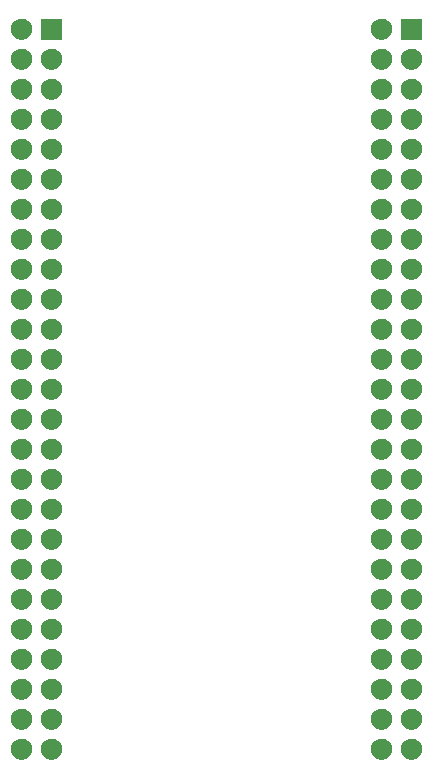
<source format=gbr>
G04 #@! TF.GenerationSoftware,KiCad,Pcbnew,(5.1.5)-3*
G04 #@! TF.CreationDate,2020-03-01T15:46:39+00:00*
G04 #@! TF.ProjectId,SCSIConnector,53435349-436f-46e6-9e65-63746f722e6b,rev?*
G04 #@! TF.SameCoordinates,Original*
G04 #@! TF.FileFunction,Soldermask,Top*
G04 #@! TF.FilePolarity,Negative*
%FSLAX46Y46*%
G04 Gerber Fmt 4.6, Leading zero omitted, Abs format (unit mm)*
G04 Created by KiCad (PCBNEW (5.1.5)-3) date 2020-03-01 15:46:39*
%MOMM*%
%LPD*%
G04 APERTURE LIST*
%ADD10C,0.100000*%
G04 APERTURE END LIST*
D10*
G36*
X120763512Y-90543927D02*
G01*
X120912812Y-90573624D01*
X121076784Y-90641544D01*
X121224354Y-90740147D01*
X121349853Y-90865646D01*
X121448456Y-91013216D01*
X121516376Y-91177188D01*
X121551000Y-91351259D01*
X121551000Y-91528741D01*
X121516376Y-91702812D01*
X121448456Y-91866784D01*
X121349853Y-92014354D01*
X121224354Y-92139853D01*
X121076784Y-92238456D01*
X120912812Y-92306376D01*
X120763512Y-92336073D01*
X120738742Y-92341000D01*
X120561258Y-92341000D01*
X120536488Y-92336073D01*
X120387188Y-92306376D01*
X120223216Y-92238456D01*
X120075646Y-92139853D01*
X119950147Y-92014354D01*
X119851544Y-91866784D01*
X119783624Y-91702812D01*
X119749000Y-91528741D01*
X119749000Y-91351259D01*
X119783624Y-91177188D01*
X119851544Y-91013216D01*
X119950147Y-90865646D01*
X120075646Y-90740147D01*
X120223216Y-90641544D01*
X120387188Y-90573624D01*
X120536488Y-90543927D01*
X120561258Y-90539000D01*
X120738742Y-90539000D01*
X120763512Y-90543927D01*
G37*
G36*
X148703512Y-90543927D02*
G01*
X148852812Y-90573624D01*
X149016784Y-90641544D01*
X149164354Y-90740147D01*
X149289853Y-90865646D01*
X149388456Y-91013216D01*
X149456376Y-91177188D01*
X149491000Y-91351259D01*
X149491000Y-91528741D01*
X149456376Y-91702812D01*
X149388456Y-91866784D01*
X149289853Y-92014354D01*
X149164354Y-92139853D01*
X149016784Y-92238456D01*
X148852812Y-92306376D01*
X148703512Y-92336073D01*
X148678742Y-92341000D01*
X148501258Y-92341000D01*
X148476488Y-92336073D01*
X148327188Y-92306376D01*
X148163216Y-92238456D01*
X148015646Y-92139853D01*
X147890147Y-92014354D01*
X147791544Y-91866784D01*
X147723624Y-91702812D01*
X147689000Y-91528741D01*
X147689000Y-91351259D01*
X147723624Y-91177188D01*
X147791544Y-91013216D01*
X147890147Y-90865646D01*
X148015646Y-90740147D01*
X148163216Y-90641544D01*
X148327188Y-90573624D01*
X148476488Y-90543927D01*
X148501258Y-90539000D01*
X148678742Y-90539000D01*
X148703512Y-90543927D01*
G37*
G36*
X151243512Y-90543927D02*
G01*
X151392812Y-90573624D01*
X151556784Y-90641544D01*
X151704354Y-90740147D01*
X151829853Y-90865646D01*
X151928456Y-91013216D01*
X151996376Y-91177188D01*
X152031000Y-91351259D01*
X152031000Y-91528741D01*
X151996376Y-91702812D01*
X151928456Y-91866784D01*
X151829853Y-92014354D01*
X151704354Y-92139853D01*
X151556784Y-92238456D01*
X151392812Y-92306376D01*
X151243512Y-92336073D01*
X151218742Y-92341000D01*
X151041258Y-92341000D01*
X151016488Y-92336073D01*
X150867188Y-92306376D01*
X150703216Y-92238456D01*
X150555646Y-92139853D01*
X150430147Y-92014354D01*
X150331544Y-91866784D01*
X150263624Y-91702812D01*
X150229000Y-91528741D01*
X150229000Y-91351259D01*
X150263624Y-91177188D01*
X150331544Y-91013216D01*
X150430147Y-90865646D01*
X150555646Y-90740147D01*
X150703216Y-90641544D01*
X150867188Y-90573624D01*
X151016488Y-90543927D01*
X151041258Y-90539000D01*
X151218742Y-90539000D01*
X151243512Y-90543927D01*
G37*
G36*
X118223512Y-90543927D02*
G01*
X118372812Y-90573624D01*
X118536784Y-90641544D01*
X118684354Y-90740147D01*
X118809853Y-90865646D01*
X118908456Y-91013216D01*
X118976376Y-91177188D01*
X119011000Y-91351259D01*
X119011000Y-91528741D01*
X118976376Y-91702812D01*
X118908456Y-91866784D01*
X118809853Y-92014354D01*
X118684354Y-92139853D01*
X118536784Y-92238456D01*
X118372812Y-92306376D01*
X118223512Y-92336073D01*
X118198742Y-92341000D01*
X118021258Y-92341000D01*
X117996488Y-92336073D01*
X117847188Y-92306376D01*
X117683216Y-92238456D01*
X117535646Y-92139853D01*
X117410147Y-92014354D01*
X117311544Y-91866784D01*
X117243624Y-91702812D01*
X117209000Y-91528741D01*
X117209000Y-91351259D01*
X117243624Y-91177188D01*
X117311544Y-91013216D01*
X117410147Y-90865646D01*
X117535646Y-90740147D01*
X117683216Y-90641544D01*
X117847188Y-90573624D01*
X117996488Y-90543927D01*
X118021258Y-90539000D01*
X118198742Y-90539000D01*
X118223512Y-90543927D01*
G37*
G36*
X120763512Y-88003927D02*
G01*
X120912812Y-88033624D01*
X121076784Y-88101544D01*
X121224354Y-88200147D01*
X121349853Y-88325646D01*
X121448456Y-88473216D01*
X121516376Y-88637188D01*
X121551000Y-88811259D01*
X121551000Y-88988741D01*
X121516376Y-89162812D01*
X121448456Y-89326784D01*
X121349853Y-89474354D01*
X121224354Y-89599853D01*
X121076784Y-89698456D01*
X120912812Y-89766376D01*
X120763512Y-89796073D01*
X120738742Y-89801000D01*
X120561258Y-89801000D01*
X120536488Y-89796073D01*
X120387188Y-89766376D01*
X120223216Y-89698456D01*
X120075646Y-89599853D01*
X119950147Y-89474354D01*
X119851544Y-89326784D01*
X119783624Y-89162812D01*
X119749000Y-88988741D01*
X119749000Y-88811259D01*
X119783624Y-88637188D01*
X119851544Y-88473216D01*
X119950147Y-88325646D01*
X120075646Y-88200147D01*
X120223216Y-88101544D01*
X120387188Y-88033624D01*
X120536488Y-88003927D01*
X120561258Y-87999000D01*
X120738742Y-87999000D01*
X120763512Y-88003927D01*
G37*
G36*
X148703512Y-88003927D02*
G01*
X148852812Y-88033624D01*
X149016784Y-88101544D01*
X149164354Y-88200147D01*
X149289853Y-88325646D01*
X149388456Y-88473216D01*
X149456376Y-88637188D01*
X149491000Y-88811259D01*
X149491000Y-88988741D01*
X149456376Y-89162812D01*
X149388456Y-89326784D01*
X149289853Y-89474354D01*
X149164354Y-89599853D01*
X149016784Y-89698456D01*
X148852812Y-89766376D01*
X148703512Y-89796073D01*
X148678742Y-89801000D01*
X148501258Y-89801000D01*
X148476488Y-89796073D01*
X148327188Y-89766376D01*
X148163216Y-89698456D01*
X148015646Y-89599853D01*
X147890147Y-89474354D01*
X147791544Y-89326784D01*
X147723624Y-89162812D01*
X147689000Y-88988741D01*
X147689000Y-88811259D01*
X147723624Y-88637188D01*
X147791544Y-88473216D01*
X147890147Y-88325646D01*
X148015646Y-88200147D01*
X148163216Y-88101544D01*
X148327188Y-88033624D01*
X148476488Y-88003927D01*
X148501258Y-87999000D01*
X148678742Y-87999000D01*
X148703512Y-88003927D01*
G37*
G36*
X118223512Y-88003927D02*
G01*
X118372812Y-88033624D01*
X118536784Y-88101544D01*
X118684354Y-88200147D01*
X118809853Y-88325646D01*
X118908456Y-88473216D01*
X118976376Y-88637188D01*
X119011000Y-88811259D01*
X119011000Y-88988741D01*
X118976376Y-89162812D01*
X118908456Y-89326784D01*
X118809853Y-89474354D01*
X118684354Y-89599853D01*
X118536784Y-89698456D01*
X118372812Y-89766376D01*
X118223512Y-89796073D01*
X118198742Y-89801000D01*
X118021258Y-89801000D01*
X117996488Y-89796073D01*
X117847188Y-89766376D01*
X117683216Y-89698456D01*
X117535646Y-89599853D01*
X117410147Y-89474354D01*
X117311544Y-89326784D01*
X117243624Y-89162812D01*
X117209000Y-88988741D01*
X117209000Y-88811259D01*
X117243624Y-88637188D01*
X117311544Y-88473216D01*
X117410147Y-88325646D01*
X117535646Y-88200147D01*
X117683216Y-88101544D01*
X117847188Y-88033624D01*
X117996488Y-88003927D01*
X118021258Y-87999000D01*
X118198742Y-87999000D01*
X118223512Y-88003927D01*
G37*
G36*
X151243512Y-88003927D02*
G01*
X151392812Y-88033624D01*
X151556784Y-88101544D01*
X151704354Y-88200147D01*
X151829853Y-88325646D01*
X151928456Y-88473216D01*
X151996376Y-88637188D01*
X152031000Y-88811259D01*
X152031000Y-88988741D01*
X151996376Y-89162812D01*
X151928456Y-89326784D01*
X151829853Y-89474354D01*
X151704354Y-89599853D01*
X151556784Y-89698456D01*
X151392812Y-89766376D01*
X151243512Y-89796073D01*
X151218742Y-89801000D01*
X151041258Y-89801000D01*
X151016488Y-89796073D01*
X150867188Y-89766376D01*
X150703216Y-89698456D01*
X150555646Y-89599853D01*
X150430147Y-89474354D01*
X150331544Y-89326784D01*
X150263624Y-89162812D01*
X150229000Y-88988741D01*
X150229000Y-88811259D01*
X150263624Y-88637188D01*
X150331544Y-88473216D01*
X150430147Y-88325646D01*
X150555646Y-88200147D01*
X150703216Y-88101544D01*
X150867188Y-88033624D01*
X151016488Y-88003927D01*
X151041258Y-87999000D01*
X151218742Y-87999000D01*
X151243512Y-88003927D01*
G37*
G36*
X120763512Y-85463927D02*
G01*
X120912812Y-85493624D01*
X121076784Y-85561544D01*
X121224354Y-85660147D01*
X121349853Y-85785646D01*
X121448456Y-85933216D01*
X121516376Y-86097188D01*
X121551000Y-86271259D01*
X121551000Y-86448741D01*
X121516376Y-86622812D01*
X121448456Y-86786784D01*
X121349853Y-86934354D01*
X121224354Y-87059853D01*
X121076784Y-87158456D01*
X120912812Y-87226376D01*
X120763512Y-87256073D01*
X120738742Y-87261000D01*
X120561258Y-87261000D01*
X120536488Y-87256073D01*
X120387188Y-87226376D01*
X120223216Y-87158456D01*
X120075646Y-87059853D01*
X119950147Y-86934354D01*
X119851544Y-86786784D01*
X119783624Y-86622812D01*
X119749000Y-86448741D01*
X119749000Y-86271259D01*
X119783624Y-86097188D01*
X119851544Y-85933216D01*
X119950147Y-85785646D01*
X120075646Y-85660147D01*
X120223216Y-85561544D01*
X120387188Y-85493624D01*
X120536488Y-85463927D01*
X120561258Y-85459000D01*
X120738742Y-85459000D01*
X120763512Y-85463927D01*
G37*
G36*
X118223512Y-85463927D02*
G01*
X118372812Y-85493624D01*
X118536784Y-85561544D01*
X118684354Y-85660147D01*
X118809853Y-85785646D01*
X118908456Y-85933216D01*
X118976376Y-86097188D01*
X119011000Y-86271259D01*
X119011000Y-86448741D01*
X118976376Y-86622812D01*
X118908456Y-86786784D01*
X118809853Y-86934354D01*
X118684354Y-87059853D01*
X118536784Y-87158456D01*
X118372812Y-87226376D01*
X118223512Y-87256073D01*
X118198742Y-87261000D01*
X118021258Y-87261000D01*
X117996488Y-87256073D01*
X117847188Y-87226376D01*
X117683216Y-87158456D01*
X117535646Y-87059853D01*
X117410147Y-86934354D01*
X117311544Y-86786784D01*
X117243624Y-86622812D01*
X117209000Y-86448741D01*
X117209000Y-86271259D01*
X117243624Y-86097188D01*
X117311544Y-85933216D01*
X117410147Y-85785646D01*
X117535646Y-85660147D01*
X117683216Y-85561544D01*
X117847188Y-85493624D01*
X117996488Y-85463927D01*
X118021258Y-85459000D01*
X118198742Y-85459000D01*
X118223512Y-85463927D01*
G37*
G36*
X151243512Y-85463927D02*
G01*
X151392812Y-85493624D01*
X151556784Y-85561544D01*
X151704354Y-85660147D01*
X151829853Y-85785646D01*
X151928456Y-85933216D01*
X151996376Y-86097188D01*
X152031000Y-86271259D01*
X152031000Y-86448741D01*
X151996376Y-86622812D01*
X151928456Y-86786784D01*
X151829853Y-86934354D01*
X151704354Y-87059853D01*
X151556784Y-87158456D01*
X151392812Y-87226376D01*
X151243512Y-87256073D01*
X151218742Y-87261000D01*
X151041258Y-87261000D01*
X151016488Y-87256073D01*
X150867188Y-87226376D01*
X150703216Y-87158456D01*
X150555646Y-87059853D01*
X150430147Y-86934354D01*
X150331544Y-86786784D01*
X150263624Y-86622812D01*
X150229000Y-86448741D01*
X150229000Y-86271259D01*
X150263624Y-86097188D01*
X150331544Y-85933216D01*
X150430147Y-85785646D01*
X150555646Y-85660147D01*
X150703216Y-85561544D01*
X150867188Y-85493624D01*
X151016488Y-85463927D01*
X151041258Y-85459000D01*
X151218742Y-85459000D01*
X151243512Y-85463927D01*
G37*
G36*
X148703512Y-85463927D02*
G01*
X148852812Y-85493624D01*
X149016784Y-85561544D01*
X149164354Y-85660147D01*
X149289853Y-85785646D01*
X149388456Y-85933216D01*
X149456376Y-86097188D01*
X149491000Y-86271259D01*
X149491000Y-86448741D01*
X149456376Y-86622812D01*
X149388456Y-86786784D01*
X149289853Y-86934354D01*
X149164354Y-87059853D01*
X149016784Y-87158456D01*
X148852812Y-87226376D01*
X148703512Y-87256073D01*
X148678742Y-87261000D01*
X148501258Y-87261000D01*
X148476488Y-87256073D01*
X148327188Y-87226376D01*
X148163216Y-87158456D01*
X148015646Y-87059853D01*
X147890147Y-86934354D01*
X147791544Y-86786784D01*
X147723624Y-86622812D01*
X147689000Y-86448741D01*
X147689000Y-86271259D01*
X147723624Y-86097188D01*
X147791544Y-85933216D01*
X147890147Y-85785646D01*
X148015646Y-85660147D01*
X148163216Y-85561544D01*
X148327188Y-85493624D01*
X148476488Y-85463927D01*
X148501258Y-85459000D01*
X148678742Y-85459000D01*
X148703512Y-85463927D01*
G37*
G36*
X148703512Y-82923927D02*
G01*
X148852812Y-82953624D01*
X149016784Y-83021544D01*
X149164354Y-83120147D01*
X149289853Y-83245646D01*
X149388456Y-83393216D01*
X149456376Y-83557188D01*
X149491000Y-83731259D01*
X149491000Y-83908741D01*
X149456376Y-84082812D01*
X149388456Y-84246784D01*
X149289853Y-84394354D01*
X149164354Y-84519853D01*
X149016784Y-84618456D01*
X148852812Y-84686376D01*
X148703512Y-84716073D01*
X148678742Y-84721000D01*
X148501258Y-84721000D01*
X148476488Y-84716073D01*
X148327188Y-84686376D01*
X148163216Y-84618456D01*
X148015646Y-84519853D01*
X147890147Y-84394354D01*
X147791544Y-84246784D01*
X147723624Y-84082812D01*
X147689000Y-83908741D01*
X147689000Y-83731259D01*
X147723624Y-83557188D01*
X147791544Y-83393216D01*
X147890147Y-83245646D01*
X148015646Y-83120147D01*
X148163216Y-83021544D01*
X148327188Y-82953624D01*
X148476488Y-82923927D01*
X148501258Y-82919000D01*
X148678742Y-82919000D01*
X148703512Y-82923927D01*
G37*
G36*
X118223512Y-82923927D02*
G01*
X118372812Y-82953624D01*
X118536784Y-83021544D01*
X118684354Y-83120147D01*
X118809853Y-83245646D01*
X118908456Y-83393216D01*
X118976376Y-83557188D01*
X119011000Y-83731259D01*
X119011000Y-83908741D01*
X118976376Y-84082812D01*
X118908456Y-84246784D01*
X118809853Y-84394354D01*
X118684354Y-84519853D01*
X118536784Y-84618456D01*
X118372812Y-84686376D01*
X118223512Y-84716073D01*
X118198742Y-84721000D01*
X118021258Y-84721000D01*
X117996488Y-84716073D01*
X117847188Y-84686376D01*
X117683216Y-84618456D01*
X117535646Y-84519853D01*
X117410147Y-84394354D01*
X117311544Y-84246784D01*
X117243624Y-84082812D01*
X117209000Y-83908741D01*
X117209000Y-83731259D01*
X117243624Y-83557188D01*
X117311544Y-83393216D01*
X117410147Y-83245646D01*
X117535646Y-83120147D01*
X117683216Y-83021544D01*
X117847188Y-82953624D01*
X117996488Y-82923927D01*
X118021258Y-82919000D01*
X118198742Y-82919000D01*
X118223512Y-82923927D01*
G37*
G36*
X151243512Y-82923927D02*
G01*
X151392812Y-82953624D01*
X151556784Y-83021544D01*
X151704354Y-83120147D01*
X151829853Y-83245646D01*
X151928456Y-83393216D01*
X151996376Y-83557188D01*
X152031000Y-83731259D01*
X152031000Y-83908741D01*
X151996376Y-84082812D01*
X151928456Y-84246784D01*
X151829853Y-84394354D01*
X151704354Y-84519853D01*
X151556784Y-84618456D01*
X151392812Y-84686376D01*
X151243512Y-84716073D01*
X151218742Y-84721000D01*
X151041258Y-84721000D01*
X151016488Y-84716073D01*
X150867188Y-84686376D01*
X150703216Y-84618456D01*
X150555646Y-84519853D01*
X150430147Y-84394354D01*
X150331544Y-84246784D01*
X150263624Y-84082812D01*
X150229000Y-83908741D01*
X150229000Y-83731259D01*
X150263624Y-83557188D01*
X150331544Y-83393216D01*
X150430147Y-83245646D01*
X150555646Y-83120147D01*
X150703216Y-83021544D01*
X150867188Y-82953624D01*
X151016488Y-82923927D01*
X151041258Y-82919000D01*
X151218742Y-82919000D01*
X151243512Y-82923927D01*
G37*
G36*
X120763512Y-82923927D02*
G01*
X120912812Y-82953624D01*
X121076784Y-83021544D01*
X121224354Y-83120147D01*
X121349853Y-83245646D01*
X121448456Y-83393216D01*
X121516376Y-83557188D01*
X121551000Y-83731259D01*
X121551000Y-83908741D01*
X121516376Y-84082812D01*
X121448456Y-84246784D01*
X121349853Y-84394354D01*
X121224354Y-84519853D01*
X121076784Y-84618456D01*
X120912812Y-84686376D01*
X120763512Y-84716073D01*
X120738742Y-84721000D01*
X120561258Y-84721000D01*
X120536488Y-84716073D01*
X120387188Y-84686376D01*
X120223216Y-84618456D01*
X120075646Y-84519853D01*
X119950147Y-84394354D01*
X119851544Y-84246784D01*
X119783624Y-84082812D01*
X119749000Y-83908741D01*
X119749000Y-83731259D01*
X119783624Y-83557188D01*
X119851544Y-83393216D01*
X119950147Y-83245646D01*
X120075646Y-83120147D01*
X120223216Y-83021544D01*
X120387188Y-82953624D01*
X120536488Y-82923927D01*
X120561258Y-82919000D01*
X120738742Y-82919000D01*
X120763512Y-82923927D01*
G37*
G36*
X151243512Y-80383927D02*
G01*
X151392812Y-80413624D01*
X151556784Y-80481544D01*
X151704354Y-80580147D01*
X151829853Y-80705646D01*
X151928456Y-80853216D01*
X151996376Y-81017188D01*
X152031000Y-81191259D01*
X152031000Y-81368741D01*
X151996376Y-81542812D01*
X151928456Y-81706784D01*
X151829853Y-81854354D01*
X151704354Y-81979853D01*
X151556784Y-82078456D01*
X151392812Y-82146376D01*
X151243512Y-82176073D01*
X151218742Y-82181000D01*
X151041258Y-82181000D01*
X151016488Y-82176073D01*
X150867188Y-82146376D01*
X150703216Y-82078456D01*
X150555646Y-81979853D01*
X150430147Y-81854354D01*
X150331544Y-81706784D01*
X150263624Y-81542812D01*
X150229000Y-81368741D01*
X150229000Y-81191259D01*
X150263624Y-81017188D01*
X150331544Y-80853216D01*
X150430147Y-80705646D01*
X150555646Y-80580147D01*
X150703216Y-80481544D01*
X150867188Y-80413624D01*
X151016488Y-80383927D01*
X151041258Y-80379000D01*
X151218742Y-80379000D01*
X151243512Y-80383927D01*
G37*
G36*
X120763512Y-80383927D02*
G01*
X120912812Y-80413624D01*
X121076784Y-80481544D01*
X121224354Y-80580147D01*
X121349853Y-80705646D01*
X121448456Y-80853216D01*
X121516376Y-81017188D01*
X121551000Y-81191259D01*
X121551000Y-81368741D01*
X121516376Y-81542812D01*
X121448456Y-81706784D01*
X121349853Y-81854354D01*
X121224354Y-81979853D01*
X121076784Y-82078456D01*
X120912812Y-82146376D01*
X120763512Y-82176073D01*
X120738742Y-82181000D01*
X120561258Y-82181000D01*
X120536488Y-82176073D01*
X120387188Y-82146376D01*
X120223216Y-82078456D01*
X120075646Y-81979853D01*
X119950147Y-81854354D01*
X119851544Y-81706784D01*
X119783624Y-81542812D01*
X119749000Y-81368741D01*
X119749000Y-81191259D01*
X119783624Y-81017188D01*
X119851544Y-80853216D01*
X119950147Y-80705646D01*
X120075646Y-80580147D01*
X120223216Y-80481544D01*
X120387188Y-80413624D01*
X120536488Y-80383927D01*
X120561258Y-80379000D01*
X120738742Y-80379000D01*
X120763512Y-80383927D01*
G37*
G36*
X118223512Y-80383927D02*
G01*
X118372812Y-80413624D01*
X118536784Y-80481544D01*
X118684354Y-80580147D01*
X118809853Y-80705646D01*
X118908456Y-80853216D01*
X118976376Y-81017188D01*
X119011000Y-81191259D01*
X119011000Y-81368741D01*
X118976376Y-81542812D01*
X118908456Y-81706784D01*
X118809853Y-81854354D01*
X118684354Y-81979853D01*
X118536784Y-82078456D01*
X118372812Y-82146376D01*
X118223512Y-82176073D01*
X118198742Y-82181000D01*
X118021258Y-82181000D01*
X117996488Y-82176073D01*
X117847188Y-82146376D01*
X117683216Y-82078456D01*
X117535646Y-81979853D01*
X117410147Y-81854354D01*
X117311544Y-81706784D01*
X117243624Y-81542812D01*
X117209000Y-81368741D01*
X117209000Y-81191259D01*
X117243624Y-81017188D01*
X117311544Y-80853216D01*
X117410147Y-80705646D01*
X117535646Y-80580147D01*
X117683216Y-80481544D01*
X117847188Y-80413624D01*
X117996488Y-80383927D01*
X118021258Y-80379000D01*
X118198742Y-80379000D01*
X118223512Y-80383927D01*
G37*
G36*
X148703512Y-80383927D02*
G01*
X148852812Y-80413624D01*
X149016784Y-80481544D01*
X149164354Y-80580147D01*
X149289853Y-80705646D01*
X149388456Y-80853216D01*
X149456376Y-81017188D01*
X149491000Y-81191259D01*
X149491000Y-81368741D01*
X149456376Y-81542812D01*
X149388456Y-81706784D01*
X149289853Y-81854354D01*
X149164354Y-81979853D01*
X149016784Y-82078456D01*
X148852812Y-82146376D01*
X148703512Y-82176073D01*
X148678742Y-82181000D01*
X148501258Y-82181000D01*
X148476488Y-82176073D01*
X148327188Y-82146376D01*
X148163216Y-82078456D01*
X148015646Y-81979853D01*
X147890147Y-81854354D01*
X147791544Y-81706784D01*
X147723624Y-81542812D01*
X147689000Y-81368741D01*
X147689000Y-81191259D01*
X147723624Y-81017188D01*
X147791544Y-80853216D01*
X147890147Y-80705646D01*
X148015646Y-80580147D01*
X148163216Y-80481544D01*
X148327188Y-80413624D01*
X148476488Y-80383927D01*
X148501258Y-80379000D01*
X148678742Y-80379000D01*
X148703512Y-80383927D01*
G37*
G36*
X148703512Y-77843927D02*
G01*
X148852812Y-77873624D01*
X149016784Y-77941544D01*
X149164354Y-78040147D01*
X149289853Y-78165646D01*
X149388456Y-78313216D01*
X149456376Y-78477188D01*
X149491000Y-78651259D01*
X149491000Y-78828741D01*
X149456376Y-79002812D01*
X149388456Y-79166784D01*
X149289853Y-79314354D01*
X149164354Y-79439853D01*
X149016784Y-79538456D01*
X148852812Y-79606376D01*
X148703512Y-79636073D01*
X148678742Y-79641000D01*
X148501258Y-79641000D01*
X148476488Y-79636073D01*
X148327188Y-79606376D01*
X148163216Y-79538456D01*
X148015646Y-79439853D01*
X147890147Y-79314354D01*
X147791544Y-79166784D01*
X147723624Y-79002812D01*
X147689000Y-78828741D01*
X147689000Y-78651259D01*
X147723624Y-78477188D01*
X147791544Y-78313216D01*
X147890147Y-78165646D01*
X148015646Y-78040147D01*
X148163216Y-77941544D01*
X148327188Y-77873624D01*
X148476488Y-77843927D01*
X148501258Y-77839000D01*
X148678742Y-77839000D01*
X148703512Y-77843927D01*
G37*
G36*
X151243512Y-77843927D02*
G01*
X151392812Y-77873624D01*
X151556784Y-77941544D01*
X151704354Y-78040147D01*
X151829853Y-78165646D01*
X151928456Y-78313216D01*
X151996376Y-78477188D01*
X152031000Y-78651259D01*
X152031000Y-78828741D01*
X151996376Y-79002812D01*
X151928456Y-79166784D01*
X151829853Y-79314354D01*
X151704354Y-79439853D01*
X151556784Y-79538456D01*
X151392812Y-79606376D01*
X151243512Y-79636073D01*
X151218742Y-79641000D01*
X151041258Y-79641000D01*
X151016488Y-79636073D01*
X150867188Y-79606376D01*
X150703216Y-79538456D01*
X150555646Y-79439853D01*
X150430147Y-79314354D01*
X150331544Y-79166784D01*
X150263624Y-79002812D01*
X150229000Y-78828741D01*
X150229000Y-78651259D01*
X150263624Y-78477188D01*
X150331544Y-78313216D01*
X150430147Y-78165646D01*
X150555646Y-78040147D01*
X150703216Y-77941544D01*
X150867188Y-77873624D01*
X151016488Y-77843927D01*
X151041258Y-77839000D01*
X151218742Y-77839000D01*
X151243512Y-77843927D01*
G37*
G36*
X118223512Y-77843927D02*
G01*
X118372812Y-77873624D01*
X118536784Y-77941544D01*
X118684354Y-78040147D01*
X118809853Y-78165646D01*
X118908456Y-78313216D01*
X118976376Y-78477188D01*
X119011000Y-78651259D01*
X119011000Y-78828741D01*
X118976376Y-79002812D01*
X118908456Y-79166784D01*
X118809853Y-79314354D01*
X118684354Y-79439853D01*
X118536784Y-79538456D01*
X118372812Y-79606376D01*
X118223512Y-79636073D01*
X118198742Y-79641000D01*
X118021258Y-79641000D01*
X117996488Y-79636073D01*
X117847188Y-79606376D01*
X117683216Y-79538456D01*
X117535646Y-79439853D01*
X117410147Y-79314354D01*
X117311544Y-79166784D01*
X117243624Y-79002812D01*
X117209000Y-78828741D01*
X117209000Y-78651259D01*
X117243624Y-78477188D01*
X117311544Y-78313216D01*
X117410147Y-78165646D01*
X117535646Y-78040147D01*
X117683216Y-77941544D01*
X117847188Y-77873624D01*
X117996488Y-77843927D01*
X118021258Y-77839000D01*
X118198742Y-77839000D01*
X118223512Y-77843927D01*
G37*
G36*
X120763512Y-77843927D02*
G01*
X120912812Y-77873624D01*
X121076784Y-77941544D01*
X121224354Y-78040147D01*
X121349853Y-78165646D01*
X121448456Y-78313216D01*
X121516376Y-78477188D01*
X121551000Y-78651259D01*
X121551000Y-78828741D01*
X121516376Y-79002812D01*
X121448456Y-79166784D01*
X121349853Y-79314354D01*
X121224354Y-79439853D01*
X121076784Y-79538456D01*
X120912812Y-79606376D01*
X120763512Y-79636073D01*
X120738742Y-79641000D01*
X120561258Y-79641000D01*
X120536488Y-79636073D01*
X120387188Y-79606376D01*
X120223216Y-79538456D01*
X120075646Y-79439853D01*
X119950147Y-79314354D01*
X119851544Y-79166784D01*
X119783624Y-79002812D01*
X119749000Y-78828741D01*
X119749000Y-78651259D01*
X119783624Y-78477188D01*
X119851544Y-78313216D01*
X119950147Y-78165646D01*
X120075646Y-78040147D01*
X120223216Y-77941544D01*
X120387188Y-77873624D01*
X120536488Y-77843927D01*
X120561258Y-77839000D01*
X120738742Y-77839000D01*
X120763512Y-77843927D01*
G37*
G36*
X151243512Y-75303927D02*
G01*
X151392812Y-75333624D01*
X151556784Y-75401544D01*
X151704354Y-75500147D01*
X151829853Y-75625646D01*
X151928456Y-75773216D01*
X151996376Y-75937188D01*
X152031000Y-76111259D01*
X152031000Y-76288741D01*
X151996376Y-76462812D01*
X151928456Y-76626784D01*
X151829853Y-76774354D01*
X151704354Y-76899853D01*
X151556784Y-76998456D01*
X151392812Y-77066376D01*
X151243512Y-77096073D01*
X151218742Y-77101000D01*
X151041258Y-77101000D01*
X151016488Y-77096073D01*
X150867188Y-77066376D01*
X150703216Y-76998456D01*
X150555646Y-76899853D01*
X150430147Y-76774354D01*
X150331544Y-76626784D01*
X150263624Y-76462812D01*
X150229000Y-76288741D01*
X150229000Y-76111259D01*
X150263624Y-75937188D01*
X150331544Y-75773216D01*
X150430147Y-75625646D01*
X150555646Y-75500147D01*
X150703216Y-75401544D01*
X150867188Y-75333624D01*
X151016488Y-75303927D01*
X151041258Y-75299000D01*
X151218742Y-75299000D01*
X151243512Y-75303927D01*
G37*
G36*
X148703512Y-75303927D02*
G01*
X148852812Y-75333624D01*
X149016784Y-75401544D01*
X149164354Y-75500147D01*
X149289853Y-75625646D01*
X149388456Y-75773216D01*
X149456376Y-75937188D01*
X149491000Y-76111259D01*
X149491000Y-76288741D01*
X149456376Y-76462812D01*
X149388456Y-76626784D01*
X149289853Y-76774354D01*
X149164354Y-76899853D01*
X149016784Y-76998456D01*
X148852812Y-77066376D01*
X148703512Y-77096073D01*
X148678742Y-77101000D01*
X148501258Y-77101000D01*
X148476488Y-77096073D01*
X148327188Y-77066376D01*
X148163216Y-76998456D01*
X148015646Y-76899853D01*
X147890147Y-76774354D01*
X147791544Y-76626784D01*
X147723624Y-76462812D01*
X147689000Y-76288741D01*
X147689000Y-76111259D01*
X147723624Y-75937188D01*
X147791544Y-75773216D01*
X147890147Y-75625646D01*
X148015646Y-75500147D01*
X148163216Y-75401544D01*
X148327188Y-75333624D01*
X148476488Y-75303927D01*
X148501258Y-75299000D01*
X148678742Y-75299000D01*
X148703512Y-75303927D01*
G37*
G36*
X118223512Y-75303927D02*
G01*
X118372812Y-75333624D01*
X118536784Y-75401544D01*
X118684354Y-75500147D01*
X118809853Y-75625646D01*
X118908456Y-75773216D01*
X118976376Y-75937188D01*
X119011000Y-76111259D01*
X119011000Y-76288741D01*
X118976376Y-76462812D01*
X118908456Y-76626784D01*
X118809853Y-76774354D01*
X118684354Y-76899853D01*
X118536784Y-76998456D01*
X118372812Y-77066376D01*
X118223512Y-77096073D01*
X118198742Y-77101000D01*
X118021258Y-77101000D01*
X117996488Y-77096073D01*
X117847188Y-77066376D01*
X117683216Y-76998456D01*
X117535646Y-76899853D01*
X117410147Y-76774354D01*
X117311544Y-76626784D01*
X117243624Y-76462812D01*
X117209000Y-76288741D01*
X117209000Y-76111259D01*
X117243624Y-75937188D01*
X117311544Y-75773216D01*
X117410147Y-75625646D01*
X117535646Y-75500147D01*
X117683216Y-75401544D01*
X117847188Y-75333624D01*
X117996488Y-75303927D01*
X118021258Y-75299000D01*
X118198742Y-75299000D01*
X118223512Y-75303927D01*
G37*
G36*
X120763512Y-75303927D02*
G01*
X120912812Y-75333624D01*
X121076784Y-75401544D01*
X121224354Y-75500147D01*
X121349853Y-75625646D01*
X121448456Y-75773216D01*
X121516376Y-75937188D01*
X121551000Y-76111259D01*
X121551000Y-76288741D01*
X121516376Y-76462812D01*
X121448456Y-76626784D01*
X121349853Y-76774354D01*
X121224354Y-76899853D01*
X121076784Y-76998456D01*
X120912812Y-77066376D01*
X120763512Y-77096073D01*
X120738742Y-77101000D01*
X120561258Y-77101000D01*
X120536488Y-77096073D01*
X120387188Y-77066376D01*
X120223216Y-76998456D01*
X120075646Y-76899853D01*
X119950147Y-76774354D01*
X119851544Y-76626784D01*
X119783624Y-76462812D01*
X119749000Y-76288741D01*
X119749000Y-76111259D01*
X119783624Y-75937188D01*
X119851544Y-75773216D01*
X119950147Y-75625646D01*
X120075646Y-75500147D01*
X120223216Y-75401544D01*
X120387188Y-75333624D01*
X120536488Y-75303927D01*
X120561258Y-75299000D01*
X120738742Y-75299000D01*
X120763512Y-75303927D01*
G37*
G36*
X151243512Y-72763927D02*
G01*
X151392812Y-72793624D01*
X151556784Y-72861544D01*
X151704354Y-72960147D01*
X151829853Y-73085646D01*
X151928456Y-73233216D01*
X151996376Y-73397188D01*
X152031000Y-73571259D01*
X152031000Y-73748741D01*
X151996376Y-73922812D01*
X151928456Y-74086784D01*
X151829853Y-74234354D01*
X151704354Y-74359853D01*
X151556784Y-74458456D01*
X151392812Y-74526376D01*
X151243512Y-74556073D01*
X151218742Y-74561000D01*
X151041258Y-74561000D01*
X151016488Y-74556073D01*
X150867188Y-74526376D01*
X150703216Y-74458456D01*
X150555646Y-74359853D01*
X150430147Y-74234354D01*
X150331544Y-74086784D01*
X150263624Y-73922812D01*
X150229000Y-73748741D01*
X150229000Y-73571259D01*
X150263624Y-73397188D01*
X150331544Y-73233216D01*
X150430147Y-73085646D01*
X150555646Y-72960147D01*
X150703216Y-72861544D01*
X150867188Y-72793624D01*
X151016488Y-72763927D01*
X151041258Y-72759000D01*
X151218742Y-72759000D01*
X151243512Y-72763927D01*
G37*
G36*
X148703512Y-72763927D02*
G01*
X148852812Y-72793624D01*
X149016784Y-72861544D01*
X149164354Y-72960147D01*
X149289853Y-73085646D01*
X149388456Y-73233216D01*
X149456376Y-73397188D01*
X149491000Y-73571259D01*
X149491000Y-73748741D01*
X149456376Y-73922812D01*
X149388456Y-74086784D01*
X149289853Y-74234354D01*
X149164354Y-74359853D01*
X149016784Y-74458456D01*
X148852812Y-74526376D01*
X148703512Y-74556073D01*
X148678742Y-74561000D01*
X148501258Y-74561000D01*
X148476488Y-74556073D01*
X148327188Y-74526376D01*
X148163216Y-74458456D01*
X148015646Y-74359853D01*
X147890147Y-74234354D01*
X147791544Y-74086784D01*
X147723624Y-73922812D01*
X147689000Y-73748741D01*
X147689000Y-73571259D01*
X147723624Y-73397188D01*
X147791544Y-73233216D01*
X147890147Y-73085646D01*
X148015646Y-72960147D01*
X148163216Y-72861544D01*
X148327188Y-72793624D01*
X148476488Y-72763927D01*
X148501258Y-72759000D01*
X148678742Y-72759000D01*
X148703512Y-72763927D01*
G37*
G36*
X120763512Y-72763927D02*
G01*
X120912812Y-72793624D01*
X121076784Y-72861544D01*
X121224354Y-72960147D01*
X121349853Y-73085646D01*
X121448456Y-73233216D01*
X121516376Y-73397188D01*
X121551000Y-73571259D01*
X121551000Y-73748741D01*
X121516376Y-73922812D01*
X121448456Y-74086784D01*
X121349853Y-74234354D01*
X121224354Y-74359853D01*
X121076784Y-74458456D01*
X120912812Y-74526376D01*
X120763512Y-74556073D01*
X120738742Y-74561000D01*
X120561258Y-74561000D01*
X120536488Y-74556073D01*
X120387188Y-74526376D01*
X120223216Y-74458456D01*
X120075646Y-74359853D01*
X119950147Y-74234354D01*
X119851544Y-74086784D01*
X119783624Y-73922812D01*
X119749000Y-73748741D01*
X119749000Y-73571259D01*
X119783624Y-73397188D01*
X119851544Y-73233216D01*
X119950147Y-73085646D01*
X120075646Y-72960147D01*
X120223216Y-72861544D01*
X120387188Y-72793624D01*
X120536488Y-72763927D01*
X120561258Y-72759000D01*
X120738742Y-72759000D01*
X120763512Y-72763927D01*
G37*
G36*
X118223512Y-72763927D02*
G01*
X118372812Y-72793624D01*
X118536784Y-72861544D01*
X118684354Y-72960147D01*
X118809853Y-73085646D01*
X118908456Y-73233216D01*
X118976376Y-73397188D01*
X119011000Y-73571259D01*
X119011000Y-73748741D01*
X118976376Y-73922812D01*
X118908456Y-74086784D01*
X118809853Y-74234354D01*
X118684354Y-74359853D01*
X118536784Y-74458456D01*
X118372812Y-74526376D01*
X118223512Y-74556073D01*
X118198742Y-74561000D01*
X118021258Y-74561000D01*
X117996488Y-74556073D01*
X117847188Y-74526376D01*
X117683216Y-74458456D01*
X117535646Y-74359853D01*
X117410147Y-74234354D01*
X117311544Y-74086784D01*
X117243624Y-73922812D01*
X117209000Y-73748741D01*
X117209000Y-73571259D01*
X117243624Y-73397188D01*
X117311544Y-73233216D01*
X117410147Y-73085646D01*
X117535646Y-72960147D01*
X117683216Y-72861544D01*
X117847188Y-72793624D01*
X117996488Y-72763927D01*
X118021258Y-72759000D01*
X118198742Y-72759000D01*
X118223512Y-72763927D01*
G37*
G36*
X148703512Y-70223927D02*
G01*
X148852812Y-70253624D01*
X149016784Y-70321544D01*
X149164354Y-70420147D01*
X149289853Y-70545646D01*
X149388456Y-70693216D01*
X149456376Y-70857188D01*
X149491000Y-71031259D01*
X149491000Y-71208741D01*
X149456376Y-71382812D01*
X149388456Y-71546784D01*
X149289853Y-71694354D01*
X149164354Y-71819853D01*
X149016784Y-71918456D01*
X148852812Y-71986376D01*
X148703512Y-72016073D01*
X148678742Y-72021000D01*
X148501258Y-72021000D01*
X148476488Y-72016073D01*
X148327188Y-71986376D01*
X148163216Y-71918456D01*
X148015646Y-71819853D01*
X147890147Y-71694354D01*
X147791544Y-71546784D01*
X147723624Y-71382812D01*
X147689000Y-71208741D01*
X147689000Y-71031259D01*
X147723624Y-70857188D01*
X147791544Y-70693216D01*
X147890147Y-70545646D01*
X148015646Y-70420147D01*
X148163216Y-70321544D01*
X148327188Y-70253624D01*
X148476488Y-70223927D01*
X148501258Y-70219000D01*
X148678742Y-70219000D01*
X148703512Y-70223927D01*
G37*
G36*
X151243512Y-70223927D02*
G01*
X151392812Y-70253624D01*
X151556784Y-70321544D01*
X151704354Y-70420147D01*
X151829853Y-70545646D01*
X151928456Y-70693216D01*
X151996376Y-70857188D01*
X152031000Y-71031259D01*
X152031000Y-71208741D01*
X151996376Y-71382812D01*
X151928456Y-71546784D01*
X151829853Y-71694354D01*
X151704354Y-71819853D01*
X151556784Y-71918456D01*
X151392812Y-71986376D01*
X151243512Y-72016073D01*
X151218742Y-72021000D01*
X151041258Y-72021000D01*
X151016488Y-72016073D01*
X150867188Y-71986376D01*
X150703216Y-71918456D01*
X150555646Y-71819853D01*
X150430147Y-71694354D01*
X150331544Y-71546784D01*
X150263624Y-71382812D01*
X150229000Y-71208741D01*
X150229000Y-71031259D01*
X150263624Y-70857188D01*
X150331544Y-70693216D01*
X150430147Y-70545646D01*
X150555646Y-70420147D01*
X150703216Y-70321544D01*
X150867188Y-70253624D01*
X151016488Y-70223927D01*
X151041258Y-70219000D01*
X151218742Y-70219000D01*
X151243512Y-70223927D01*
G37*
G36*
X118223512Y-70223927D02*
G01*
X118372812Y-70253624D01*
X118536784Y-70321544D01*
X118684354Y-70420147D01*
X118809853Y-70545646D01*
X118908456Y-70693216D01*
X118976376Y-70857188D01*
X119011000Y-71031259D01*
X119011000Y-71208741D01*
X118976376Y-71382812D01*
X118908456Y-71546784D01*
X118809853Y-71694354D01*
X118684354Y-71819853D01*
X118536784Y-71918456D01*
X118372812Y-71986376D01*
X118223512Y-72016073D01*
X118198742Y-72021000D01*
X118021258Y-72021000D01*
X117996488Y-72016073D01*
X117847188Y-71986376D01*
X117683216Y-71918456D01*
X117535646Y-71819853D01*
X117410147Y-71694354D01*
X117311544Y-71546784D01*
X117243624Y-71382812D01*
X117209000Y-71208741D01*
X117209000Y-71031259D01*
X117243624Y-70857188D01*
X117311544Y-70693216D01*
X117410147Y-70545646D01*
X117535646Y-70420147D01*
X117683216Y-70321544D01*
X117847188Y-70253624D01*
X117996488Y-70223927D01*
X118021258Y-70219000D01*
X118198742Y-70219000D01*
X118223512Y-70223927D01*
G37*
G36*
X120763512Y-70223927D02*
G01*
X120912812Y-70253624D01*
X121076784Y-70321544D01*
X121224354Y-70420147D01*
X121349853Y-70545646D01*
X121448456Y-70693216D01*
X121516376Y-70857188D01*
X121551000Y-71031259D01*
X121551000Y-71208741D01*
X121516376Y-71382812D01*
X121448456Y-71546784D01*
X121349853Y-71694354D01*
X121224354Y-71819853D01*
X121076784Y-71918456D01*
X120912812Y-71986376D01*
X120763512Y-72016073D01*
X120738742Y-72021000D01*
X120561258Y-72021000D01*
X120536488Y-72016073D01*
X120387188Y-71986376D01*
X120223216Y-71918456D01*
X120075646Y-71819853D01*
X119950147Y-71694354D01*
X119851544Y-71546784D01*
X119783624Y-71382812D01*
X119749000Y-71208741D01*
X119749000Y-71031259D01*
X119783624Y-70857188D01*
X119851544Y-70693216D01*
X119950147Y-70545646D01*
X120075646Y-70420147D01*
X120223216Y-70321544D01*
X120387188Y-70253624D01*
X120536488Y-70223927D01*
X120561258Y-70219000D01*
X120738742Y-70219000D01*
X120763512Y-70223927D01*
G37*
G36*
X151243512Y-67683927D02*
G01*
X151392812Y-67713624D01*
X151556784Y-67781544D01*
X151704354Y-67880147D01*
X151829853Y-68005646D01*
X151928456Y-68153216D01*
X151996376Y-68317188D01*
X152031000Y-68491259D01*
X152031000Y-68668741D01*
X151996376Y-68842812D01*
X151928456Y-69006784D01*
X151829853Y-69154354D01*
X151704354Y-69279853D01*
X151556784Y-69378456D01*
X151392812Y-69446376D01*
X151243512Y-69476073D01*
X151218742Y-69481000D01*
X151041258Y-69481000D01*
X151016488Y-69476073D01*
X150867188Y-69446376D01*
X150703216Y-69378456D01*
X150555646Y-69279853D01*
X150430147Y-69154354D01*
X150331544Y-69006784D01*
X150263624Y-68842812D01*
X150229000Y-68668741D01*
X150229000Y-68491259D01*
X150263624Y-68317188D01*
X150331544Y-68153216D01*
X150430147Y-68005646D01*
X150555646Y-67880147D01*
X150703216Y-67781544D01*
X150867188Y-67713624D01*
X151016488Y-67683927D01*
X151041258Y-67679000D01*
X151218742Y-67679000D01*
X151243512Y-67683927D01*
G37*
G36*
X148703512Y-67683927D02*
G01*
X148852812Y-67713624D01*
X149016784Y-67781544D01*
X149164354Y-67880147D01*
X149289853Y-68005646D01*
X149388456Y-68153216D01*
X149456376Y-68317188D01*
X149491000Y-68491259D01*
X149491000Y-68668741D01*
X149456376Y-68842812D01*
X149388456Y-69006784D01*
X149289853Y-69154354D01*
X149164354Y-69279853D01*
X149016784Y-69378456D01*
X148852812Y-69446376D01*
X148703512Y-69476073D01*
X148678742Y-69481000D01*
X148501258Y-69481000D01*
X148476488Y-69476073D01*
X148327188Y-69446376D01*
X148163216Y-69378456D01*
X148015646Y-69279853D01*
X147890147Y-69154354D01*
X147791544Y-69006784D01*
X147723624Y-68842812D01*
X147689000Y-68668741D01*
X147689000Y-68491259D01*
X147723624Y-68317188D01*
X147791544Y-68153216D01*
X147890147Y-68005646D01*
X148015646Y-67880147D01*
X148163216Y-67781544D01*
X148327188Y-67713624D01*
X148476488Y-67683927D01*
X148501258Y-67679000D01*
X148678742Y-67679000D01*
X148703512Y-67683927D01*
G37*
G36*
X118223512Y-67683927D02*
G01*
X118372812Y-67713624D01*
X118536784Y-67781544D01*
X118684354Y-67880147D01*
X118809853Y-68005646D01*
X118908456Y-68153216D01*
X118976376Y-68317188D01*
X119011000Y-68491259D01*
X119011000Y-68668741D01*
X118976376Y-68842812D01*
X118908456Y-69006784D01*
X118809853Y-69154354D01*
X118684354Y-69279853D01*
X118536784Y-69378456D01*
X118372812Y-69446376D01*
X118223512Y-69476073D01*
X118198742Y-69481000D01*
X118021258Y-69481000D01*
X117996488Y-69476073D01*
X117847188Y-69446376D01*
X117683216Y-69378456D01*
X117535646Y-69279853D01*
X117410147Y-69154354D01*
X117311544Y-69006784D01*
X117243624Y-68842812D01*
X117209000Y-68668741D01*
X117209000Y-68491259D01*
X117243624Y-68317188D01*
X117311544Y-68153216D01*
X117410147Y-68005646D01*
X117535646Y-67880147D01*
X117683216Y-67781544D01*
X117847188Y-67713624D01*
X117996488Y-67683927D01*
X118021258Y-67679000D01*
X118198742Y-67679000D01*
X118223512Y-67683927D01*
G37*
G36*
X120763512Y-67683927D02*
G01*
X120912812Y-67713624D01*
X121076784Y-67781544D01*
X121224354Y-67880147D01*
X121349853Y-68005646D01*
X121448456Y-68153216D01*
X121516376Y-68317188D01*
X121551000Y-68491259D01*
X121551000Y-68668741D01*
X121516376Y-68842812D01*
X121448456Y-69006784D01*
X121349853Y-69154354D01*
X121224354Y-69279853D01*
X121076784Y-69378456D01*
X120912812Y-69446376D01*
X120763512Y-69476073D01*
X120738742Y-69481000D01*
X120561258Y-69481000D01*
X120536488Y-69476073D01*
X120387188Y-69446376D01*
X120223216Y-69378456D01*
X120075646Y-69279853D01*
X119950147Y-69154354D01*
X119851544Y-69006784D01*
X119783624Y-68842812D01*
X119749000Y-68668741D01*
X119749000Y-68491259D01*
X119783624Y-68317188D01*
X119851544Y-68153216D01*
X119950147Y-68005646D01*
X120075646Y-67880147D01*
X120223216Y-67781544D01*
X120387188Y-67713624D01*
X120536488Y-67683927D01*
X120561258Y-67679000D01*
X120738742Y-67679000D01*
X120763512Y-67683927D01*
G37*
G36*
X148703512Y-65143927D02*
G01*
X148852812Y-65173624D01*
X149016784Y-65241544D01*
X149164354Y-65340147D01*
X149289853Y-65465646D01*
X149388456Y-65613216D01*
X149456376Y-65777188D01*
X149491000Y-65951259D01*
X149491000Y-66128741D01*
X149456376Y-66302812D01*
X149388456Y-66466784D01*
X149289853Y-66614354D01*
X149164354Y-66739853D01*
X149016784Y-66838456D01*
X148852812Y-66906376D01*
X148703512Y-66936073D01*
X148678742Y-66941000D01*
X148501258Y-66941000D01*
X148476488Y-66936073D01*
X148327188Y-66906376D01*
X148163216Y-66838456D01*
X148015646Y-66739853D01*
X147890147Y-66614354D01*
X147791544Y-66466784D01*
X147723624Y-66302812D01*
X147689000Y-66128741D01*
X147689000Y-65951259D01*
X147723624Y-65777188D01*
X147791544Y-65613216D01*
X147890147Y-65465646D01*
X148015646Y-65340147D01*
X148163216Y-65241544D01*
X148327188Y-65173624D01*
X148476488Y-65143927D01*
X148501258Y-65139000D01*
X148678742Y-65139000D01*
X148703512Y-65143927D01*
G37*
G36*
X151243512Y-65143927D02*
G01*
X151392812Y-65173624D01*
X151556784Y-65241544D01*
X151704354Y-65340147D01*
X151829853Y-65465646D01*
X151928456Y-65613216D01*
X151996376Y-65777188D01*
X152031000Y-65951259D01*
X152031000Y-66128741D01*
X151996376Y-66302812D01*
X151928456Y-66466784D01*
X151829853Y-66614354D01*
X151704354Y-66739853D01*
X151556784Y-66838456D01*
X151392812Y-66906376D01*
X151243512Y-66936073D01*
X151218742Y-66941000D01*
X151041258Y-66941000D01*
X151016488Y-66936073D01*
X150867188Y-66906376D01*
X150703216Y-66838456D01*
X150555646Y-66739853D01*
X150430147Y-66614354D01*
X150331544Y-66466784D01*
X150263624Y-66302812D01*
X150229000Y-66128741D01*
X150229000Y-65951259D01*
X150263624Y-65777188D01*
X150331544Y-65613216D01*
X150430147Y-65465646D01*
X150555646Y-65340147D01*
X150703216Y-65241544D01*
X150867188Y-65173624D01*
X151016488Y-65143927D01*
X151041258Y-65139000D01*
X151218742Y-65139000D01*
X151243512Y-65143927D01*
G37*
G36*
X120763512Y-65143927D02*
G01*
X120912812Y-65173624D01*
X121076784Y-65241544D01*
X121224354Y-65340147D01*
X121349853Y-65465646D01*
X121448456Y-65613216D01*
X121516376Y-65777188D01*
X121551000Y-65951259D01*
X121551000Y-66128741D01*
X121516376Y-66302812D01*
X121448456Y-66466784D01*
X121349853Y-66614354D01*
X121224354Y-66739853D01*
X121076784Y-66838456D01*
X120912812Y-66906376D01*
X120763512Y-66936073D01*
X120738742Y-66941000D01*
X120561258Y-66941000D01*
X120536488Y-66936073D01*
X120387188Y-66906376D01*
X120223216Y-66838456D01*
X120075646Y-66739853D01*
X119950147Y-66614354D01*
X119851544Y-66466784D01*
X119783624Y-66302812D01*
X119749000Y-66128741D01*
X119749000Y-65951259D01*
X119783624Y-65777188D01*
X119851544Y-65613216D01*
X119950147Y-65465646D01*
X120075646Y-65340147D01*
X120223216Y-65241544D01*
X120387188Y-65173624D01*
X120536488Y-65143927D01*
X120561258Y-65139000D01*
X120738742Y-65139000D01*
X120763512Y-65143927D01*
G37*
G36*
X118223512Y-65143927D02*
G01*
X118372812Y-65173624D01*
X118536784Y-65241544D01*
X118684354Y-65340147D01*
X118809853Y-65465646D01*
X118908456Y-65613216D01*
X118976376Y-65777188D01*
X119011000Y-65951259D01*
X119011000Y-66128741D01*
X118976376Y-66302812D01*
X118908456Y-66466784D01*
X118809853Y-66614354D01*
X118684354Y-66739853D01*
X118536784Y-66838456D01*
X118372812Y-66906376D01*
X118223512Y-66936073D01*
X118198742Y-66941000D01*
X118021258Y-66941000D01*
X117996488Y-66936073D01*
X117847188Y-66906376D01*
X117683216Y-66838456D01*
X117535646Y-66739853D01*
X117410147Y-66614354D01*
X117311544Y-66466784D01*
X117243624Y-66302812D01*
X117209000Y-66128741D01*
X117209000Y-65951259D01*
X117243624Y-65777188D01*
X117311544Y-65613216D01*
X117410147Y-65465646D01*
X117535646Y-65340147D01*
X117683216Y-65241544D01*
X117847188Y-65173624D01*
X117996488Y-65143927D01*
X118021258Y-65139000D01*
X118198742Y-65139000D01*
X118223512Y-65143927D01*
G37*
G36*
X151243512Y-62603927D02*
G01*
X151392812Y-62633624D01*
X151556784Y-62701544D01*
X151704354Y-62800147D01*
X151829853Y-62925646D01*
X151928456Y-63073216D01*
X151996376Y-63237188D01*
X152031000Y-63411259D01*
X152031000Y-63588741D01*
X151996376Y-63762812D01*
X151928456Y-63926784D01*
X151829853Y-64074354D01*
X151704354Y-64199853D01*
X151556784Y-64298456D01*
X151392812Y-64366376D01*
X151243512Y-64396073D01*
X151218742Y-64401000D01*
X151041258Y-64401000D01*
X151016488Y-64396073D01*
X150867188Y-64366376D01*
X150703216Y-64298456D01*
X150555646Y-64199853D01*
X150430147Y-64074354D01*
X150331544Y-63926784D01*
X150263624Y-63762812D01*
X150229000Y-63588741D01*
X150229000Y-63411259D01*
X150263624Y-63237188D01*
X150331544Y-63073216D01*
X150430147Y-62925646D01*
X150555646Y-62800147D01*
X150703216Y-62701544D01*
X150867188Y-62633624D01*
X151016488Y-62603927D01*
X151041258Y-62599000D01*
X151218742Y-62599000D01*
X151243512Y-62603927D01*
G37*
G36*
X118223512Y-62603927D02*
G01*
X118372812Y-62633624D01*
X118536784Y-62701544D01*
X118684354Y-62800147D01*
X118809853Y-62925646D01*
X118908456Y-63073216D01*
X118976376Y-63237188D01*
X119011000Y-63411259D01*
X119011000Y-63588741D01*
X118976376Y-63762812D01*
X118908456Y-63926784D01*
X118809853Y-64074354D01*
X118684354Y-64199853D01*
X118536784Y-64298456D01*
X118372812Y-64366376D01*
X118223512Y-64396073D01*
X118198742Y-64401000D01*
X118021258Y-64401000D01*
X117996488Y-64396073D01*
X117847188Y-64366376D01*
X117683216Y-64298456D01*
X117535646Y-64199853D01*
X117410147Y-64074354D01*
X117311544Y-63926784D01*
X117243624Y-63762812D01*
X117209000Y-63588741D01*
X117209000Y-63411259D01*
X117243624Y-63237188D01*
X117311544Y-63073216D01*
X117410147Y-62925646D01*
X117535646Y-62800147D01*
X117683216Y-62701544D01*
X117847188Y-62633624D01*
X117996488Y-62603927D01*
X118021258Y-62599000D01*
X118198742Y-62599000D01*
X118223512Y-62603927D01*
G37*
G36*
X120763512Y-62603927D02*
G01*
X120912812Y-62633624D01*
X121076784Y-62701544D01*
X121224354Y-62800147D01*
X121349853Y-62925646D01*
X121448456Y-63073216D01*
X121516376Y-63237188D01*
X121551000Y-63411259D01*
X121551000Y-63588741D01*
X121516376Y-63762812D01*
X121448456Y-63926784D01*
X121349853Y-64074354D01*
X121224354Y-64199853D01*
X121076784Y-64298456D01*
X120912812Y-64366376D01*
X120763512Y-64396073D01*
X120738742Y-64401000D01*
X120561258Y-64401000D01*
X120536488Y-64396073D01*
X120387188Y-64366376D01*
X120223216Y-64298456D01*
X120075646Y-64199853D01*
X119950147Y-64074354D01*
X119851544Y-63926784D01*
X119783624Y-63762812D01*
X119749000Y-63588741D01*
X119749000Y-63411259D01*
X119783624Y-63237188D01*
X119851544Y-63073216D01*
X119950147Y-62925646D01*
X120075646Y-62800147D01*
X120223216Y-62701544D01*
X120387188Y-62633624D01*
X120536488Y-62603927D01*
X120561258Y-62599000D01*
X120738742Y-62599000D01*
X120763512Y-62603927D01*
G37*
G36*
X148703512Y-62603927D02*
G01*
X148852812Y-62633624D01*
X149016784Y-62701544D01*
X149164354Y-62800147D01*
X149289853Y-62925646D01*
X149388456Y-63073216D01*
X149456376Y-63237188D01*
X149491000Y-63411259D01*
X149491000Y-63588741D01*
X149456376Y-63762812D01*
X149388456Y-63926784D01*
X149289853Y-64074354D01*
X149164354Y-64199853D01*
X149016784Y-64298456D01*
X148852812Y-64366376D01*
X148703512Y-64396073D01*
X148678742Y-64401000D01*
X148501258Y-64401000D01*
X148476488Y-64396073D01*
X148327188Y-64366376D01*
X148163216Y-64298456D01*
X148015646Y-64199853D01*
X147890147Y-64074354D01*
X147791544Y-63926784D01*
X147723624Y-63762812D01*
X147689000Y-63588741D01*
X147689000Y-63411259D01*
X147723624Y-63237188D01*
X147791544Y-63073216D01*
X147890147Y-62925646D01*
X148015646Y-62800147D01*
X148163216Y-62701544D01*
X148327188Y-62633624D01*
X148476488Y-62603927D01*
X148501258Y-62599000D01*
X148678742Y-62599000D01*
X148703512Y-62603927D01*
G37*
G36*
X120763512Y-60063927D02*
G01*
X120912812Y-60093624D01*
X121076784Y-60161544D01*
X121224354Y-60260147D01*
X121349853Y-60385646D01*
X121448456Y-60533216D01*
X121516376Y-60697188D01*
X121551000Y-60871259D01*
X121551000Y-61048741D01*
X121516376Y-61222812D01*
X121448456Y-61386784D01*
X121349853Y-61534354D01*
X121224354Y-61659853D01*
X121076784Y-61758456D01*
X120912812Y-61826376D01*
X120763512Y-61856073D01*
X120738742Y-61861000D01*
X120561258Y-61861000D01*
X120536488Y-61856073D01*
X120387188Y-61826376D01*
X120223216Y-61758456D01*
X120075646Y-61659853D01*
X119950147Y-61534354D01*
X119851544Y-61386784D01*
X119783624Y-61222812D01*
X119749000Y-61048741D01*
X119749000Y-60871259D01*
X119783624Y-60697188D01*
X119851544Y-60533216D01*
X119950147Y-60385646D01*
X120075646Y-60260147D01*
X120223216Y-60161544D01*
X120387188Y-60093624D01*
X120536488Y-60063927D01*
X120561258Y-60059000D01*
X120738742Y-60059000D01*
X120763512Y-60063927D01*
G37*
G36*
X151243512Y-60063927D02*
G01*
X151392812Y-60093624D01*
X151556784Y-60161544D01*
X151704354Y-60260147D01*
X151829853Y-60385646D01*
X151928456Y-60533216D01*
X151996376Y-60697188D01*
X152031000Y-60871259D01*
X152031000Y-61048741D01*
X151996376Y-61222812D01*
X151928456Y-61386784D01*
X151829853Y-61534354D01*
X151704354Y-61659853D01*
X151556784Y-61758456D01*
X151392812Y-61826376D01*
X151243512Y-61856073D01*
X151218742Y-61861000D01*
X151041258Y-61861000D01*
X151016488Y-61856073D01*
X150867188Y-61826376D01*
X150703216Y-61758456D01*
X150555646Y-61659853D01*
X150430147Y-61534354D01*
X150331544Y-61386784D01*
X150263624Y-61222812D01*
X150229000Y-61048741D01*
X150229000Y-60871259D01*
X150263624Y-60697188D01*
X150331544Y-60533216D01*
X150430147Y-60385646D01*
X150555646Y-60260147D01*
X150703216Y-60161544D01*
X150867188Y-60093624D01*
X151016488Y-60063927D01*
X151041258Y-60059000D01*
X151218742Y-60059000D01*
X151243512Y-60063927D01*
G37*
G36*
X118223512Y-60063927D02*
G01*
X118372812Y-60093624D01*
X118536784Y-60161544D01*
X118684354Y-60260147D01*
X118809853Y-60385646D01*
X118908456Y-60533216D01*
X118976376Y-60697188D01*
X119011000Y-60871259D01*
X119011000Y-61048741D01*
X118976376Y-61222812D01*
X118908456Y-61386784D01*
X118809853Y-61534354D01*
X118684354Y-61659853D01*
X118536784Y-61758456D01*
X118372812Y-61826376D01*
X118223512Y-61856073D01*
X118198742Y-61861000D01*
X118021258Y-61861000D01*
X117996488Y-61856073D01*
X117847188Y-61826376D01*
X117683216Y-61758456D01*
X117535646Y-61659853D01*
X117410147Y-61534354D01*
X117311544Y-61386784D01*
X117243624Y-61222812D01*
X117209000Y-61048741D01*
X117209000Y-60871259D01*
X117243624Y-60697188D01*
X117311544Y-60533216D01*
X117410147Y-60385646D01*
X117535646Y-60260147D01*
X117683216Y-60161544D01*
X117847188Y-60093624D01*
X117996488Y-60063927D01*
X118021258Y-60059000D01*
X118198742Y-60059000D01*
X118223512Y-60063927D01*
G37*
G36*
X148703512Y-60063927D02*
G01*
X148852812Y-60093624D01*
X149016784Y-60161544D01*
X149164354Y-60260147D01*
X149289853Y-60385646D01*
X149388456Y-60533216D01*
X149456376Y-60697188D01*
X149491000Y-60871259D01*
X149491000Y-61048741D01*
X149456376Y-61222812D01*
X149388456Y-61386784D01*
X149289853Y-61534354D01*
X149164354Y-61659853D01*
X149016784Y-61758456D01*
X148852812Y-61826376D01*
X148703512Y-61856073D01*
X148678742Y-61861000D01*
X148501258Y-61861000D01*
X148476488Y-61856073D01*
X148327188Y-61826376D01*
X148163216Y-61758456D01*
X148015646Y-61659853D01*
X147890147Y-61534354D01*
X147791544Y-61386784D01*
X147723624Y-61222812D01*
X147689000Y-61048741D01*
X147689000Y-60871259D01*
X147723624Y-60697188D01*
X147791544Y-60533216D01*
X147890147Y-60385646D01*
X148015646Y-60260147D01*
X148163216Y-60161544D01*
X148327188Y-60093624D01*
X148476488Y-60063927D01*
X148501258Y-60059000D01*
X148678742Y-60059000D01*
X148703512Y-60063927D01*
G37*
G36*
X148703512Y-57523927D02*
G01*
X148852812Y-57553624D01*
X149016784Y-57621544D01*
X149164354Y-57720147D01*
X149289853Y-57845646D01*
X149388456Y-57993216D01*
X149456376Y-58157188D01*
X149491000Y-58331259D01*
X149491000Y-58508741D01*
X149456376Y-58682812D01*
X149388456Y-58846784D01*
X149289853Y-58994354D01*
X149164354Y-59119853D01*
X149016784Y-59218456D01*
X148852812Y-59286376D01*
X148703512Y-59316073D01*
X148678742Y-59321000D01*
X148501258Y-59321000D01*
X148476488Y-59316073D01*
X148327188Y-59286376D01*
X148163216Y-59218456D01*
X148015646Y-59119853D01*
X147890147Y-58994354D01*
X147791544Y-58846784D01*
X147723624Y-58682812D01*
X147689000Y-58508741D01*
X147689000Y-58331259D01*
X147723624Y-58157188D01*
X147791544Y-57993216D01*
X147890147Y-57845646D01*
X148015646Y-57720147D01*
X148163216Y-57621544D01*
X148327188Y-57553624D01*
X148476488Y-57523927D01*
X148501258Y-57519000D01*
X148678742Y-57519000D01*
X148703512Y-57523927D01*
G37*
G36*
X151243512Y-57523927D02*
G01*
X151392812Y-57553624D01*
X151556784Y-57621544D01*
X151704354Y-57720147D01*
X151829853Y-57845646D01*
X151928456Y-57993216D01*
X151996376Y-58157188D01*
X152031000Y-58331259D01*
X152031000Y-58508741D01*
X151996376Y-58682812D01*
X151928456Y-58846784D01*
X151829853Y-58994354D01*
X151704354Y-59119853D01*
X151556784Y-59218456D01*
X151392812Y-59286376D01*
X151243512Y-59316073D01*
X151218742Y-59321000D01*
X151041258Y-59321000D01*
X151016488Y-59316073D01*
X150867188Y-59286376D01*
X150703216Y-59218456D01*
X150555646Y-59119853D01*
X150430147Y-58994354D01*
X150331544Y-58846784D01*
X150263624Y-58682812D01*
X150229000Y-58508741D01*
X150229000Y-58331259D01*
X150263624Y-58157188D01*
X150331544Y-57993216D01*
X150430147Y-57845646D01*
X150555646Y-57720147D01*
X150703216Y-57621544D01*
X150867188Y-57553624D01*
X151016488Y-57523927D01*
X151041258Y-57519000D01*
X151218742Y-57519000D01*
X151243512Y-57523927D01*
G37*
G36*
X120763512Y-57523927D02*
G01*
X120912812Y-57553624D01*
X121076784Y-57621544D01*
X121224354Y-57720147D01*
X121349853Y-57845646D01*
X121448456Y-57993216D01*
X121516376Y-58157188D01*
X121551000Y-58331259D01*
X121551000Y-58508741D01*
X121516376Y-58682812D01*
X121448456Y-58846784D01*
X121349853Y-58994354D01*
X121224354Y-59119853D01*
X121076784Y-59218456D01*
X120912812Y-59286376D01*
X120763512Y-59316073D01*
X120738742Y-59321000D01*
X120561258Y-59321000D01*
X120536488Y-59316073D01*
X120387188Y-59286376D01*
X120223216Y-59218456D01*
X120075646Y-59119853D01*
X119950147Y-58994354D01*
X119851544Y-58846784D01*
X119783624Y-58682812D01*
X119749000Y-58508741D01*
X119749000Y-58331259D01*
X119783624Y-58157188D01*
X119851544Y-57993216D01*
X119950147Y-57845646D01*
X120075646Y-57720147D01*
X120223216Y-57621544D01*
X120387188Y-57553624D01*
X120536488Y-57523927D01*
X120561258Y-57519000D01*
X120738742Y-57519000D01*
X120763512Y-57523927D01*
G37*
G36*
X118223512Y-57523927D02*
G01*
X118372812Y-57553624D01*
X118536784Y-57621544D01*
X118684354Y-57720147D01*
X118809853Y-57845646D01*
X118908456Y-57993216D01*
X118976376Y-58157188D01*
X119011000Y-58331259D01*
X119011000Y-58508741D01*
X118976376Y-58682812D01*
X118908456Y-58846784D01*
X118809853Y-58994354D01*
X118684354Y-59119853D01*
X118536784Y-59218456D01*
X118372812Y-59286376D01*
X118223512Y-59316073D01*
X118198742Y-59321000D01*
X118021258Y-59321000D01*
X117996488Y-59316073D01*
X117847188Y-59286376D01*
X117683216Y-59218456D01*
X117535646Y-59119853D01*
X117410147Y-58994354D01*
X117311544Y-58846784D01*
X117243624Y-58682812D01*
X117209000Y-58508741D01*
X117209000Y-58331259D01*
X117243624Y-58157188D01*
X117311544Y-57993216D01*
X117410147Y-57845646D01*
X117535646Y-57720147D01*
X117683216Y-57621544D01*
X117847188Y-57553624D01*
X117996488Y-57523927D01*
X118021258Y-57519000D01*
X118198742Y-57519000D01*
X118223512Y-57523927D01*
G37*
G36*
X148703512Y-54983927D02*
G01*
X148852812Y-55013624D01*
X149016784Y-55081544D01*
X149164354Y-55180147D01*
X149289853Y-55305646D01*
X149388456Y-55453216D01*
X149456376Y-55617188D01*
X149491000Y-55791259D01*
X149491000Y-55968741D01*
X149456376Y-56142812D01*
X149388456Y-56306784D01*
X149289853Y-56454354D01*
X149164354Y-56579853D01*
X149016784Y-56678456D01*
X148852812Y-56746376D01*
X148703512Y-56776073D01*
X148678742Y-56781000D01*
X148501258Y-56781000D01*
X148476488Y-56776073D01*
X148327188Y-56746376D01*
X148163216Y-56678456D01*
X148015646Y-56579853D01*
X147890147Y-56454354D01*
X147791544Y-56306784D01*
X147723624Y-56142812D01*
X147689000Y-55968741D01*
X147689000Y-55791259D01*
X147723624Y-55617188D01*
X147791544Y-55453216D01*
X147890147Y-55305646D01*
X148015646Y-55180147D01*
X148163216Y-55081544D01*
X148327188Y-55013624D01*
X148476488Y-54983927D01*
X148501258Y-54979000D01*
X148678742Y-54979000D01*
X148703512Y-54983927D01*
G37*
G36*
X120763512Y-54983927D02*
G01*
X120912812Y-55013624D01*
X121076784Y-55081544D01*
X121224354Y-55180147D01*
X121349853Y-55305646D01*
X121448456Y-55453216D01*
X121516376Y-55617188D01*
X121551000Y-55791259D01*
X121551000Y-55968741D01*
X121516376Y-56142812D01*
X121448456Y-56306784D01*
X121349853Y-56454354D01*
X121224354Y-56579853D01*
X121076784Y-56678456D01*
X120912812Y-56746376D01*
X120763512Y-56776073D01*
X120738742Y-56781000D01*
X120561258Y-56781000D01*
X120536488Y-56776073D01*
X120387188Y-56746376D01*
X120223216Y-56678456D01*
X120075646Y-56579853D01*
X119950147Y-56454354D01*
X119851544Y-56306784D01*
X119783624Y-56142812D01*
X119749000Y-55968741D01*
X119749000Y-55791259D01*
X119783624Y-55617188D01*
X119851544Y-55453216D01*
X119950147Y-55305646D01*
X120075646Y-55180147D01*
X120223216Y-55081544D01*
X120387188Y-55013624D01*
X120536488Y-54983927D01*
X120561258Y-54979000D01*
X120738742Y-54979000D01*
X120763512Y-54983927D01*
G37*
G36*
X118223512Y-54983927D02*
G01*
X118372812Y-55013624D01*
X118536784Y-55081544D01*
X118684354Y-55180147D01*
X118809853Y-55305646D01*
X118908456Y-55453216D01*
X118976376Y-55617188D01*
X119011000Y-55791259D01*
X119011000Y-55968741D01*
X118976376Y-56142812D01*
X118908456Y-56306784D01*
X118809853Y-56454354D01*
X118684354Y-56579853D01*
X118536784Y-56678456D01*
X118372812Y-56746376D01*
X118223512Y-56776073D01*
X118198742Y-56781000D01*
X118021258Y-56781000D01*
X117996488Y-56776073D01*
X117847188Y-56746376D01*
X117683216Y-56678456D01*
X117535646Y-56579853D01*
X117410147Y-56454354D01*
X117311544Y-56306784D01*
X117243624Y-56142812D01*
X117209000Y-55968741D01*
X117209000Y-55791259D01*
X117243624Y-55617188D01*
X117311544Y-55453216D01*
X117410147Y-55305646D01*
X117535646Y-55180147D01*
X117683216Y-55081544D01*
X117847188Y-55013624D01*
X117996488Y-54983927D01*
X118021258Y-54979000D01*
X118198742Y-54979000D01*
X118223512Y-54983927D01*
G37*
G36*
X151243512Y-54983927D02*
G01*
X151392812Y-55013624D01*
X151556784Y-55081544D01*
X151704354Y-55180147D01*
X151829853Y-55305646D01*
X151928456Y-55453216D01*
X151996376Y-55617188D01*
X152031000Y-55791259D01*
X152031000Y-55968741D01*
X151996376Y-56142812D01*
X151928456Y-56306784D01*
X151829853Y-56454354D01*
X151704354Y-56579853D01*
X151556784Y-56678456D01*
X151392812Y-56746376D01*
X151243512Y-56776073D01*
X151218742Y-56781000D01*
X151041258Y-56781000D01*
X151016488Y-56776073D01*
X150867188Y-56746376D01*
X150703216Y-56678456D01*
X150555646Y-56579853D01*
X150430147Y-56454354D01*
X150331544Y-56306784D01*
X150263624Y-56142812D01*
X150229000Y-55968741D01*
X150229000Y-55791259D01*
X150263624Y-55617188D01*
X150331544Y-55453216D01*
X150430147Y-55305646D01*
X150555646Y-55180147D01*
X150703216Y-55081544D01*
X150867188Y-55013624D01*
X151016488Y-54983927D01*
X151041258Y-54979000D01*
X151218742Y-54979000D01*
X151243512Y-54983927D01*
G37*
G36*
X118223512Y-52443927D02*
G01*
X118372812Y-52473624D01*
X118536784Y-52541544D01*
X118684354Y-52640147D01*
X118809853Y-52765646D01*
X118908456Y-52913216D01*
X118976376Y-53077188D01*
X119011000Y-53251259D01*
X119011000Y-53428741D01*
X118976376Y-53602812D01*
X118908456Y-53766784D01*
X118809853Y-53914354D01*
X118684354Y-54039853D01*
X118536784Y-54138456D01*
X118372812Y-54206376D01*
X118223512Y-54236073D01*
X118198742Y-54241000D01*
X118021258Y-54241000D01*
X117996488Y-54236073D01*
X117847188Y-54206376D01*
X117683216Y-54138456D01*
X117535646Y-54039853D01*
X117410147Y-53914354D01*
X117311544Y-53766784D01*
X117243624Y-53602812D01*
X117209000Y-53428741D01*
X117209000Y-53251259D01*
X117243624Y-53077188D01*
X117311544Y-52913216D01*
X117410147Y-52765646D01*
X117535646Y-52640147D01*
X117683216Y-52541544D01*
X117847188Y-52473624D01*
X117996488Y-52443927D01*
X118021258Y-52439000D01*
X118198742Y-52439000D01*
X118223512Y-52443927D01*
G37*
G36*
X120763512Y-52443927D02*
G01*
X120912812Y-52473624D01*
X121076784Y-52541544D01*
X121224354Y-52640147D01*
X121349853Y-52765646D01*
X121448456Y-52913216D01*
X121516376Y-53077188D01*
X121551000Y-53251259D01*
X121551000Y-53428741D01*
X121516376Y-53602812D01*
X121448456Y-53766784D01*
X121349853Y-53914354D01*
X121224354Y-54039853D01*
X121076784Y-54138456D01*
X120912812Y-54206376D01*
X120763512Y-54236073D01*
X120738742Y-54241000D01*
X120561258Y-54241000D01*
X120536488Y-54236073D01*
X120387188Y-54206376D01*
X120223216Y-54138456D01*
X120075646Y-54039853D01*
X119950147Y-53914354D01*
X119851544Y-53766784D01*
X119783624Y-53602812D01*
X119749000Y-53428741D01*
X119749000Y-53251259D01*
X119783624Y-53077188D01*
X119851544Y-52913216D01*
X119950147Y-52765646D01*
X120075646Y-52640147D01*
X120223216Y-52541544D01*
X120387188Y-52473624D01*
X120536488Y-52443927D01*
X120561258Y-52439000D01*
X120738742Y-52439000D01*
X120763512Y-52443927D01*
G37*
G36*
X151243512Y-52443927D02*
G01*
X151392812Y-52473624D01*
X151556784Y-52541544D01*
X151704354Y-52640147D01*
X151829853Y-52765646D01*
X151928456Y-52913216D01*
X151996376Y-53077188D01*
X152031000Y-53251259D01*
X152031000Y-53428741D01*
X151996376Y-53602812D01*
X151928456Y-53766784D01*
X151829853Y-53914354D01*
X151704354Y-54039853D01*
X151556784Y-54138456D01*
X151392812Y-54206376D01*
X151243512Y-54236073D01*
X151218742Y-54241000D01*
X151041258Y-54241000D01*
X151016488Y-54236073D01*
X150867188Y-54206376D01*
X150703216Y-54138456D01*
X150555646Y-54039853D01*
X150430147Y-53914354D01*
X150331544Y-53766784D01*
X150263624Y-53602812D01*
X150229000Y-53428741D01*
X150229000Y-53251259D01*
X150263624Y-53077188D01*
X150331544Y-52913216D01*
X150430147Y-52765646D01*
X150555646Y-52640147D01*
X150703216Y-52541544D01*
X150867188Y-52473624D01*
X151016488Y-52443927D01*
X151041258Y-52439000D01*
X151218742Y-52439000D01*
X151243512Y-52443927D01*
G37*
G36*
X148703512Y-52443927D02*
G01*
X148852812Y-52473624D01*
X149016784Y-52541544D01*
X149164354Y-52640147D01*
X149289853Y-52765646D01*
X149388456Y-52913216D01*
X149456376Y-53077188D01*
X149491000Y-53251259D01*
X149491000Y-53428741D01*
X149456376Y-53602812D01*
X149388456Y-53766784D01*
X149289853Y-53914354D01*
X149164354Y-54039853D01*
X149016784Y-54138456D01*
X148852812Y-54206376D01*
X148703512Y-54236073D01*
X148678742Y-54241000D01*
X148501258Y-54241000D01*
X148476488Y-54236073D01*
X148327188Y-54206376D01*
X148163216Y-54138456D01*
X148015646Y-54039853D01*
X147890147Y-53914354D01*
X147791544Y-53766784D01*
X147723624Y-53602812D01*
X147689000Y-53428741D01*
X147689000Y-53251259D01*
X147723624Y-53077188D01*
X147791544Y-52913216D01*
X147890147Y-52765646D01*
X148015646Y-52640147D01*
X148163216Y-52541544D01*
X148327188Y-52473624D01*
X148476488Y-52443927D01*
X148501258Y-52439000D01*
X148678742Y-52439000D01*
X148703512Y-52443927D01*
G37*
G36*
X151243512Y-49903927D02*
G01*
X151392812Y-49933624D01*
X151556784Y-50001544D01*
X151704354Y-50100147D01*
X151829853Y-50225646D01*
X151928456Y-50373216D01*
X151996376Y-50537188D01*
X152031000Y-50711259D01*
X152031000Y-50888741D01*
X151996376Y-51062812D01*
X151928456Y-51226784D01*
X151829853Y-51374354D01*
X151704354Y-51499853D01*
X151556784Y-51598456D01*
X151392812Y-51666376D01*
X151243512Y-51696073D01*
X151218742Y-51701000D01*
X151041258Y-51701000D01*
X151016488Y-51696073D01*
X150867188Y-51666376D01*
X150703216Y-51598456D01*
X150555646Y-51499853D01*
X150430147Y-51374354D01*
X150331544Y-51226784D01*
X150263624Y-51062812D01*
X150229000Y-50888741D01*
X150229000Y-50711259D01*
X150263624Y-50537188D01*
X150331544Y-50373216D01*
X150430147Y-50225646D01*
X150555646Y-50100147D01*
X150703216Y-50001544D01*
X150867188Y-49933624D01*
X151016488Y-49903927D01*
X151041258Y-49899000D01*
X151218742Y-49899000D01*
X151243512Y-49903927D01*
G37*
G36*
X148703512Y-49903927D02*
G01*
X148852812Y-49933624D01*
X149016784Y-50001544D01*
X149164354Y-50100147D01*
X149289853Y-50225646D01*
X149388456Y-50373216D01*
X149456376Y-50537188D01*
X149491000Y-50711259D01*
X149491000Y-50888741D01*
X149456376Y-51062812D01*
X149388456Y-51226784D01*
X149289853Y-51374354D01*
X149164354Y-51499853D01*
X149016784Y-51598456D01*
X148852812Y-51666376D01*
X148703512Y-51696073D01*
X148678742Y-51701000D01*
X148501258Y-51701000D01*
X148476488Y-51696073D01*
X148327188Y-51666376D01*
X148163216Y-51598456D01*
X148015646Y-51499853D01*
X147890147Y-51374354D01*
X147791544Y-51226784D01*
X147723624Y-51062812D01*
X147689000Y-50888741D01*
X147689000Y-50711259D01*
X147723624Y-50537188D01*
X147791544Y-50373216D01*
X147890147Y-50225646D01*
X148015646Y-50100147D01*
X148163216Y-50001544D01*
X148327188Y-49933624D01*
X148476488Y-49903927D01*
X148501258Y-49899000D01*
X148678742Y-49899000D01*
X148703512Y-49903927D01*
G37*
G36*
X120763512Y-49903927D02*
G01*
X120912812Y-49933624D01*
X121076784Y-50001544D01*
X121224354Y-50100147D01*
X121349853Y-50225646D01*
X121448456Y-50373216D01*
X121516376Y-50537188D01*
X121551000Y-50711259D01*
X121551000Y-50888741D01*
X121516376Y-51062812D01*
X121448456Y-51226784D01*
X121349853Y-51374354D01*
X121224354Y-51499853D01*
X121076784Y-51598456D01*
X120912812Y-51666376D01*
X120763512Y-51696073D01*
X120738742Y-51701000D01*
X120561258Y-51701000D01*
X120536488Y-51696073D01*
X120387188Y-51666376D01*
X120223216Y-51598456D01*
X120075646Y-51499853D01*
X119950147Y-51374354D01*
X119851544Y-51226784D01*
X119783624Y-51062812D01*
X119749000Y-50888741D01*
X119749000Y-50711259D01*
X119783624Y-50537188D01*
X119851544Y-50373216D01*
X119950147Y-50225646D01*
X120075646Y-50100147D01*
X120223216Y-50001544D01*
X120387188Y-49933624D01*
X120536488Y-49903927D01*
X120561258Y-49899000D01*
X120738742Y-49899000D01*
X120763512Y-49903927D01*
G37*
G36*
X118223512Y-49903927D02*
G01*
X118372812Y-49933624D01*
X118536784Y-50001544D01*
X118684354Y-50100147D01*
X118809853Y-50225646D01*
X118908456Y-50373216D01*
X118976376Y-50537188D01*
X119011000Y-50711259D01*
X119011000Y-50888741D01*
X118976376Y-51062812D01*
X118908456Y-51226784D01*
X118809853Y-51374354D01*
X118684354Y-51499853D01*
X118536784Y-51598456D01*
X118372812Y-51666376D01*
X118223512Y-51696073D01*
X118198742Y-51701000D01*
X118021258Y-51701000D01*
X117996488Y-51696073D01*
X117847188Y-51666376D01*
X117683216Y-51598456D01*
X117535646Y-51499853D01*
X117410147Y-51374354D01*
X117311544Y-51226784D01*
X117243624Y-51062812D01*
X117209000Y-50888741D01*
X117209000Y-50711259D01*
X117243624Y-50537188D01*
X117311544Y-50373216D01*
X117410147Y-50225646D01*
X117535646Y-50100147D01*
X117683216Y-50001544D01*
X117847188Y-49933624D01*
X117996488Y-49903927D01*
X118021258Y-49899000D01*
X118198742Y-49899000D01*
X118223512Y-49903927D01*
G37*
G36*
X120763512Y-47363927D02*
G01*
X120912812Y-47393624D01*
X121076784Y-47461544D01*
X121224354Y-47560147D01*
X121349853Y-47685646D01*
X121448456Y-47833216D01*
X121516376Y-47997188D01*
X121551000Y-48171259D01*
X121551000Y-48348741D01*
X121516376Y-48522812D01*
X121448456Y-48686784D01*
X121349853Y-48834354D01*
X121224354Y-48959853D01*
X121076784Y-49058456D01*
X120912812Y-49126376D01*
X120763512Y-49156073D01*
X120738742Y-49161000D01*
X120561258Y-49161000D01*
X120536488Y-49156073D01*
X120387188Y-49126376D01*
X120223216Y-49058456D01*
X120075646Y-48959853D01*
X119950147Y-48834354D01*
X119851544Y-48686784D01*
X119783624Y-48522812D01*
X119749000Y-48348741D01*
X119749000Y-48171259D01*
X119783624Y-47997188D01*
X119851544Y-47833216D01*
X119950147Y-47685646D01*
X120075646Y-47560147D01*
X120223216Y-47461544D01*
X120387188Y-47393624D01*
X120536488Y-47363927D01*
X120561258Y-47359000D01*
X120738742Y-47359000D01*
X120763512Y-47363927D01*
G37*
G36*
X118223512Y-47363927D02*
G01*
X118372812Y-47393624D01*
X118536784Y-47461544D01*
X118684354Y-47560147D01*
X118809853Y-47685646D01*
X118908456Y-47833216D01*
X118976376Y-47997188D01*
X119011000Y-48171259D01*
X119011000Y-48348741D01*
X118976376Y-48522812D01*
X118908456Y-48686784D01*
X118809853Y-48834354D01*
X118684354Y-48959853D01*
X118536784Y-49058456D01*
X118372812Y-49126376D01*
X118223512Y-49156073D01*
X118198742Y-49161000D01*
X118021258Y-49161000D01*
X117996488Y-49156073D01*
X117847188Y-49126376D01*
X117683216Y-49058456D01*
X117535646Y-48959853D01*
X117410147Y-48834354D01*
X117311544Y-48686784D01*
X117243624Y-48522812D01*
X117209000Y-48348741D01*
X117209000Y-48171259D01*
X117243624Y-47997188D01*
X117311544Y-47833216D01*
X117410147Y-47685646D01*
X117535646Y-47560147D01*
X117683216Y-47461544D01*
X117847188Y-47393624D01*
X117996488Y-47363927D01*
X118021258Y-47359000D01*
X118198742Y-47359000D01*
X118223512Y-47363927D01*
G37*
G36*
X148703512Y-47363927D02*
G01*
X148852812Y-47393624D01*
X149016784Y-47461544D01*
X149164354Y-47560147D01*
X149289853Y-47685646D01*
X149388456Y-47833216D01*
X149456376Y-47997188D01*
X149491000Y-48171259D01*
X149491000Y-48348741D01*
X149456376Y-48522812D01*
X149388456Y-48686784D01*
X149289853Y-48834354D01*
X149164354Y-48959853D01*
X149016784Y-49058456D01*
X148852812Y-49126376D01*
X148703512Y-49156073D01*
X148678742Y-49161000D01*
X148501258Y-49161000D01*
X148476488Y-49156073D01*
X148327188Y-49126376D01*
X148163216Y-49058456D01*
X148015646Y-48959853D01*
X147890147Y-48834354D01*
X147791544Y-48686784D01*
X147723624Y-48522812D01*
X147689000Y-48348741D01*
X147689000Y-48171259D01*
X147723624Y-47997188D01*
X147791544Y-47833216D01*
X147890147Y-47685646D01*
X148015646Y-47560147D01*
X148163216Y-47461544D01*
X148327188Y-47393624D01*
X148476488Y-47363927D01*
X148501258Y-47359000D01*
X148678742Y-47359000D01*
X148703512Y-47363927D01*
G37*
G36*
X151243512Y-47363927D02*
G01*
X151392812Y-47393624D01*
X151556784Y-47461544D01*
X151704354Y-47560147D01*
X151829853Y-47685646D01*
X151928456Y-47833216D01*
X151996376Y-47997188D01*
X152031000Y-48171259D01*
X152031000Y-48348741D01*
X151996376Y-48522812D01*
X151928456Y-48686784D01*
X151829853Y-48834354D01*
X151704354Y-48959853D01*
X151556784Y-49058456D01*
X151392812Y-49126376D01*
X151243512Y-49156073D01*
X151218742Y-49161000D01*
X151041258Y-49161000D01*
X151016488Y-49156073D01*
X150867188Y-49126376D01*
X150703216Y-49058456D01*
X150555646Y-48959853D01*
X150430147Y-48834354D01*
X150331544Y-48686784D01*
X150263624Y-48522812D01*
X150229000Y-48348741D01*
X150229000Y-48171259D01*
X150263624Y-47997188D01*
X150331544Y-47833216D01*
X150430147Y-47685646D01*
X150555646Y-47560147D01*
X150703216Y-47461544D01*
X150867188Y-47393624D01*
X151016488Y-47363927D01*
X151041258Y-47359000D01*
X151218742Y-47359000D01*
X151243512Y-47363927D01*
G37*
G36*
X151243512Y-44823927D02*
G01*
X151392812Y-44853624D01*
X151556784Y-44921544D01*
X151704354Y-45020147D01*
X151829853Y-45145646D01*
X151928456Y-45293216D01*
X151996376Y-45457188D01*
X152031000Y-45631259D01*
X152031000Y-45808741D01*
X151996376Y-45982812D01*
X151928456Y-46146784D01*
X151829853Y-46294354D01*
X151704354Y-46419853D01*
X151556784Y-46518456D01*
X151392812Y-46586376D01*
X151243512Y-46616073D01*
X151218742Y-46621000D01*
X151041258Y-46621000D01*
X151016488Y-46616073D01*
X150867188Y-46586376D01*
X150703216Y-46518456D01*
X150555646Y-46419853D01*
X150430147Y-46294354D01*
X150331544Y-46146784D01*
X150263624Y-45982812D01*
X150229000Y-45808741D01*
X150229000Y-45631259D01*
X150263624Y-45457188D01*
X150331544Y-45293216D01*
X150430147Y-45145646D01*
X150555646Y-45020147D01*
X150703216Y-44921544D01*
X150867188Y-44853624D01*
X151016488Y-44823927D01*
X151041258Y-44819000D01*
X151218742Y-44819000D01*
X151243512Y-44823927D01*
G37*
G36*
X148703512Y-44823927D02*
G01*
X148852812Y-44853624D01*
X149016784Y-44921544D01*
X149164354Y-45020147D01*
X149289853Y-45145646D01*
X149388456Y-45293216D01*
X149456376Y-45457188D01*
X149491000Y-45631259D01*
X149491000Y-45808741D01*
X149456376Y-45982812D01*
X149388456Y-46146784D01*
X149289853Y-46294354D01*
X149164354Y-46419853D01*
X149016784Y-46518456D01*
X148852812Y-46586376D01*
X148703512Y-46616073D01*
X148678742Y-46621000D01*
X148501258Y-46621000D01*
X148476488Y-46616073D01*
X148327188Y-46586376D01*
X148163216Y-46518456D01*
X148015646Y-46419853D01*
X147890147Y-46294354D01*
X147791544Y-46146784D01*
X147723624Y-45982812D01*
X147689000Y-45808741D01*
X147689000Y-45631259D01*
X147723624Y-45457188D01*
X147791544Y-45293216D01*
X147890147Y-45145646D01*
X148015646Y-45020147D01*
X148163216Y-44921544D01*
X148327188Y-44853624D01*
X148476488Y-44823927D01*
X148501258Y-44819000D01*
X148678742Y-44819000D01*
X148703512Y-44823927D01*
G37*
G36*
X118223512Y-44823927D02*
G01*
X118372812Y-44853624D01*
X118536784Y-44921544D01*
X118684354Y-45020147D01*
X118809853Y-45145646D01*
X118908456Y-45293216D01*
X118976376Y-45457188D01*
X119011000Y-45631259D01*
X119011000Y-45808741D01*
X118976376Y-45982812D01*
X118908456Y-46146784D01*
X118809853Y-46294354D01*
X118684354Y-46419853D01*
X118536784Y-46518456D01*
X118372812Y-46586376D01*
X118223512Y-46616073D01*
X118198742Y-46621000D01*
X118021258Y-46621000D01*
X117996488Y-46616073D01*
X117847188Y-46586376D01*
X117683216Y-46518456D01*
X117535646Y-46419853D01*
X117410147Y-46294354D01*
X117311544Y-46146784D01*
X117243624Y-45982812D01*
X117209000Y-45808741D01*
X117209000Y-45631259D01*
X117243624Y-45457188D01*
X117311544Y-45293216D01*
X117410147Y-45145646D01*
X117535646Y-45020147D01*
X117683216Y-44921544D01*
X117847188Y-44853624D01*
X117996488Y-44823927D01*
X118021258Y-44819000D01*
X118198742Y-44819000D01*
X118223512Y-44823927D01*
G37*
G36*
X120763512Y-44823927D02*
G01*
X120912812Y-44853624D01*
X121076784Y-44921544D01*
X121224354Y-45020147D01*
X121349853Y-45145646D01*
X121448456Y-45293216D01*
X121516376Y-45457188D01*
X121551000Y-45631259D01*
X121551000Y-45808741D01*
X121516376Y-45982812D01*
X121448456Y-46146784D01*
X121349853Y-46294354D01*
X121224354Y-46419853D01*
X121076784Y-46518456D01*
X120912812Y-46586376D01*
X120763512Y-46616073D01*
X120738742Y-46621000D01*
X120561258Y-46621000D01*
X120536488Y-46616073D01*
X120387188Y-46586376D01*
X120223216Y-46518456D01*
X120075646Y-46419853D01*
X119950147Y-46294354D01*
X119851544Y-46146784D01*
X119783624Y-45982812D01*
X119749000Y-45808741D01*
X119749000Y-45631259D01*
X119783624Y-45457188D01*
X119851544Y-45293216D01*
X119950147Y-45145646D01*
X120075646Y-45020147D01*
X120223216Y-44921544D01*
X120387188Y-44853624D01*
X120536488Y-44823927D01*
X120561258Y-44819000D01*
X120738742Y-44819000D01*
X120763512Y-44823927D01*
G37*
G36*
X148703512Y-42283927D02*
G01*
X148852812Y-42313624D01*
X149016784Y-42381544D01*
X149164354Y-42480147D01*
X149289853Y-42605646D01*
X149388456Y-42753216D01*
X149456376Y-42917188D01*
X149491000Y-43091259D01*
X149491000Y-43268741D01*
X149456376Y-43442812D01*
X149388456Y-43606784D01*
X149289853Y-43754354D01*
X149164354Y-43879853D01*
X149016784Y-43978456D01*
X148852812Y-44046376D01*
X148703512Y-44076073D01*
X148678742Y-44081000D01*
X148501258Y-44081000D01*
X148476488Y-44076073D01*
X148327188Y-44046376D01*
X148163216Y-43978456D01*
X148015646Y-43879853D01*
X147890147Y-43754354D01*
X147791544Y-43606784D01*
X147723624Y-43442812D01*
X147689000Y-43268741D01*
X147689000Y-43091259D01*
X147723624Y-42917188D01*
X147791544Y-42753216D01*
X147890147Y-42605646D01*
X148015646Y-42480147D01*
X148163216Y-42381544D01*
X148327188Y-42313624D01*
X148476488Y-42283927D01*
X148501258Y-42279000D01*
X148678742Y-42279000D01*
X148703512Y-42283927D01*
G37*
G36*
X151243512Y-42283927D02*
G01*
X151392812Y-42313624D01*
X151556784Y-42381544D01*
X151704354Y-42480147D01*
X151829853Y-42605646D01*
X151928456Y-42753216D01*
X151996376Y-42917188D01*
X152031000Y-43091259D01*
X152031000Y-43268741D01*
X151996376Y-43442812D01*
X151928456Y-43606784D01*
X151829853Y-43754354D01*
X151704354Y-43879853D01*
X151556784Y-43978456D01*
X151392812Y-44046376D01*
X151243512Y-44076073D01*
X151218742Y-44081000D01*
X151041258Y-44081000D01*
X151016488Y-44076073D01*
X150867188Y-44046376D01*
X150703216Y-43978456D01*
X150555646Y-43879853D01*
X150430147Y-43754354D01*
X150331544Y-43606784D01*
X150263624Y-43442812D01*
X150229000Y-43268741D01*
X150229000Y-43091259D01*
X150263624Y-42917188D01*
X150331544Y-42753216D01*
X150430147Y-42605646D01*
X150555646Y-42480147D01*
X150703216Y-42381544D01*
X150867188Y-42313624D01*
X151016488Y-42283927D01*
X151041258Y-42279000D01*
X151218742Y-42279000D01*
X151243512Y-42283927D01*
G37*
G36*
X118223512Y-42283927D02*
G01*
X118372812Y-42313624D01*
X118536784Y-42381544D01*
X118684354Y-42480147D01*
X118809853Y-42605646D01*
X118908456Y-42753216D01*
X118976376Y-42917188D01*
X119011000Y-43091259D01*
X119011000Y-43268741D01*
X118976376Y-43442812D01*
X118908456Y-43606784D01*
X118809853Y-43754354D01*
X118684354Y-43879853D01*
X118536784Y-43978456D01*
X118372812Y-44046376D01*
X118223512Y-44076073D01*
X118198742Y-44081000D01*
X118021258Y-44081000D01*
X117996488Y-44076073D01*
X117847188Y-44046376D01*
X117683216Y-43978456D01*
X117535646Y-43879853D01*
X117410147Y-43754354D01*
X117311544Y-43606784D01*
X117243624Y-43442812D01*
X117209000Y-43268741D01*
X117209000Y-43091259D01*
X117243624Y-42917188D01*
X117311544Y-42753216D01*
X117410147Y-42605646D01*
X117535646Y-42480147D01*
X117683216Y-42381544D01*
X117847188Y-42313624D01*
X117996488Y-42283927D01*
X118021258Y-42279000D01*
X118198742Y-42279000D01*
X118223512Y-42283927D01*
G37*
G36*
X120763512Y-42283927D02*
G01*
X120912812Y-42313624D01*
X121076784Y-42381544D01*
X121224354Y-42480147D01*
X121349853Y-42605646D01*
X121448456Y-42753216D01*
X121516376Y-42917188D01*
X121551000Y-43091259D01*
X121551000Y-43268741D01*
X121516376Y-43442812D01*
X121448456Y-43606784D01*
X121349853Y-43754354D01*
X121224354Y-43879853D01*
X121076784Y-43978456D01*
X120912812Y-44046376D01*
X120763512Y-44076073D01*
X120738742Y-44081000D01*
X120561258Y-44081000D01*
X120536488Y-44076073D01*
X120387188Y-44046376D01*
X120223216Y-43978456D01*
X120075646Y-43879853D01*
X119950147Y-43754354D01*
X119851544Y-43606784D01*
X119783624Y-43442812D01*
X119749000Y-43268741D01*
X119749000Y-43091259D01*
X119783624Y-42917188D01*
X119851544Y-42753216D01*
X119950147Y-42605646D01*
X120075646Y-42480147D01*
X120223216Y-42381544D01*
X120387188Y-42313624D01*
X120536488Y-42283927D01*
X120561258Y-42279000D01*
X120738742Y-42279000D01*
X120763512Y-42283927D01*
G37*
G36*
X151243512Y-39743927D02*
G01*
X151392812Y-39773624D01*
X151556784Y-39841544D01*
X151704354Y-39940147D01*
X151829853Y-40065646D01*
X151928456Y-40213216D01*
X151996376Y-40377188D01*
X152031000Y-40551259D01*
X152031000Y-40728741D01*
X151996376Y-40902812D01*
X151928456Y-41066784D01*
X151829853Y-41214354D01*
X151704354Y-41339853D01*
X151556784Y-41438456D01*
X151392812Y-41506376D01*
X151243512Y-41536073D01*
X151218742Y-41541000D01*
X151041258Y-41541000D01*
X151016488Y-41536073D01*
X150867188Y-41506376D01*
X150703216Y-41438456D01*
X150555646Y-41339853D01*
X150430147Y-41214354D01*
X150331544Y-41066784D01*
X150263624Y-40902812D01*
X150229000Y-40728741D01*
X150229000Y-40551259D01*
X150263624Y-40377188D01*
X150331544Y-40213216D01*
X150430147Y-40065646D01*
X150555646Y-39940147D01*
X150703216Y-39841544D01*
X150867188Y-39773624D01*
X151016488Y-39743927D01*
X151041258Y-39739000D01*
X151218742Y-39739000D01*
X151243512Y-39743927D01*
G37*
G36*
X148703512Y-39743927D02*
G01*
X148852812Y-39773624D01*
X149016784Y-39841544D01*
X149164354Y-39940147D01*
X149289853Y-40065646D01*
X149388456Y-40213216D01*
X149456376Y-40377188D01*
X149491000Y-40551259D01*
X149491000Y-40728741D01*
X149456376Y-40902812D01*
X149388456Y-41066784D01*
X149289853Y-41214354D01*
X149164354Y-41339853D01*
X149016784Y-41438456D01*
X148852812Y-41506376D01*
X148703512Y-41536073D01*
X148678742Y-41541000D01*
X148501258Y-41541000D01*
X148476488Y-41536073D01*
X148327188Y-41506376D01*
X148163216Y-41438456D01*
X148015646Y-41339853D01*
X147890147Y-41214354D01*
X147791544Y-41066784D01*
X147723624Y-40902812D01*
X147689000Y-40728741D01*
X147689000Y-40551259D01*
X147723624Y-40377188D01*
X147791544Y-40213216D01*
X147890147Y-40065646D01*
X148015646Y-39940147D01*
X148163216Y-39841544D01*
X148327188Y-39773624D01*
X148476488Y-39743927D01*
X148501258Y-39739000D01*
X148678742Y-39739000D01*
X148703512Y-39743927D01*
G37*
G36*
X120763512Y-39743927D02*
G01*
X120912812Y-39773624D01*
X121076784Y-39841544D01*
X121224354Y-39940147D01*
X121349853Y-40065646D01*
X121448456Y-40213216D01*
X121516376Y-40377188D01*
X121551000Y-40551259D01*
X121551000Y-40728741D01*
X121516376Y-40902812D01*
X121448456Y-41066784D01*
X121349853Y-41214354D01*
X121224354Y-41339853D01*
X121076784Y-41438456D01*
X120912812Y-41506376D01*
X120763512Y-41536073D01*
X120738742Y-41541000D01*
X120561258Y-41541000D01*
X120536488Y-41536073D01*
X120387188Y-41506376D01*
X120223216Y-41438456D01*
X120075646Y-41339853D01*
X119950147Y-41214354D01*
X119851544Y-41066784D01*
X119783624Y-40902812D01*
X119749000Y-40728741D01*
X119749000Y-40551259D01*
X119783624Y-40377188D01*
X119851544Y-40213216D01*
X119950147Y-40065646D01*
X120075646Y-39940147D01*
X120223216Y-39841544D01*
X120387188Y-39773624D01*
X120536488Y-39743927D01*
X120561258Y-39739000D01*
X120738742Y-39739000D01*
X120763512Y-39743927D01*
G37*
G36*
X118223512Y-39743927D02*
G01*
X118372812Y-39773624D01*
X118536784Y-39841544D01*
X118684354Y-39940147D01*
X118809853Y-40065646D01*
X118908456Y-40213216D01*
X118976376Y-40377188D01*
X119011000Y-40551259D01*
X119011000Y-40728741D01*
X118976376Y-40902812D01*
X118908456Y-41066784D01*
X118809853Y-41214354D01*
X118684354Y-41339853D01*
X118536784Y-41438456D01*
X118372812Y-41506376D01*
X118223512Y-41536073D01*
X118198742Y-41541000D01*
X118021258Y-41541000D01*
X117996488Y-41536073D01*
X117847188Y-41506376D01*
X117683216Y-41438456D01*
X117535646Y-41339853D01*
X117410147Y-41214354D01*
X117311544Y-41066784D01*
X117243624Y-40902812D01*
X117209000Y-40728741D01*
X117209000Y-40551259D01*
X117243624Y-40377188D01*
X117311544Y-40213216D01*
X117410147Y-40065646D01*
X117535646Y-39940147D01*
X117683216Y-39841544D01*
X117847188Y-39773624D01*
X117996488Y-39743927D01*
X118021258Y-39739000D01*
X118198742Y-39739000D01*
X118223512Y-39743927D01*
G37*
G36*
X148703512Y-37203927D02*
G01*
X148852812Y-37233624D01*
X149016784Y-37301544D01*
X149164354Y-37400147D01*
X149289853Y-37525646D01*
X149388456Y-37673216D01*
X149456376Y-37837188D01*
X149491000Y-38011259D01*
X149491000Y-38188741D01*
X149456376Y-38362812D01*
X149388456Y-38526784D01*
X149289853Y-38674354D01*
X149164354Y-38799853D01*
X149016784Y-38898456D01*
X148852812Y-38966376D01*
X148703512Y-38996073D01*
X148678742Y-39001000D01*
X148501258Y-39001000D01*
X148476488Y-38996073D01*
X148327188Y-38966376D01*
X148163216Y-38898456D01*
X148015646Y-38799853D01*
X147890147Y-38674354D01*
X147791544Y-38526784D01*
X147723624Y-38362812D01*
X147689000Y-38188741D01*
X147689000Y-38011259D01*
X147723624Y-37837188D01*
X147791544Y-37673216D01*
X147890147Y-37525646D01*
X148015646Y-37400147D01*
X148163216Y-37301544D01*
X148327188Y-37233624D01*
X148476488Y-37203927D01*
X148501258Y-37199000D01*
X148678742Y-37199000D01*
X148703512Y-37203927D01*
G37*
G36*
X151243512Y-37203927D02*
G01*
X151392812Y-37233624D01*
X151556784Y-37301544D01*
X151704354Y-37400147D01*
X151829853Y-37525646D01*
X151928456Y-37673216D01*
X151996376Y-37837188D01*
X152031000Y-38011259D01*
X152031000Y-38188741D01*
X151996376Y-38362812D01*
X151928456Y-38526784D01*
X151829853Y-38674354D01*
X151704354Y-38799853D01*
X151556784Y-38898456D01*
X151392812Y-38966376D01*
X151243512Y-38996073D01*
X151218742Y-39001000D01*
X151041258Y-39001000D01*
X151016488Y-38996073D01*
X150867188Y-38966376D01*
X150703216Y-38898456D01*
X150555646Y-38799853D01*
X150430147Y-38674354D01*
X150331544Y-38526784D01*
X150263624Y-38362812D01*
X150229000Y-38188741D01*
X150229000Y-38011259D01*
X150263624Y-37837188D01*
X150331544Y-37673216D01*
X150430147Y-37525646D01*
X150555646Y-37400147D01*
X150703216Y-37301544D01*
X150867188Y-37233624D01*
X151016488Y-37203927D01*
X151041258Y-37199000D01*
X151218742Y-37199000D01*
X151243512Y-37203927D01*
G37*
G36*
X120763512Y-37203927D02*
G01*
X120912812Y-37233624D01*
X121076784Y-37301544D01*
X121224354Y-37400147D01*
X121349853Y-37525646D01*
X121448456Y-37673216D01*
X121516376Y-37837188D01*
X121551000Y-38011259D01*
X121551000Y-38188741D01*
X121516376Y-38362812D01*
X121448456Y-38526784D01*
X121349853Y-38674354D01*
X121224354Y-38799853D01*
X121076784Y-38898456D01*
X120912812Y-38966376D01*
X120763512Y-38996073D01*
X120738742Y-39001000D01*
X120561258Y-39001000D01*
X120536488Y-38996073D01*
X120387188Y-38966376D01*
X120223216Y-38898456D01*
X120075646Y-38799853D01*
X119950147Y-38674354D01*
X119851544Y-38526784D01*
X119783624Y-38362812D01*
X119749000Y-38188741D01*
X119749000Y-38011259D01*
X119783624Y-37837188D01*
X119851544Y-37673216D01*
X119950147Y-37525646D01*
X120075646Y-37400147D01*
X120223216Y-37301544D01*
X120387188Y-37233624D01*
X120536488Y-37203927D01*
X120561258Y-37199000D01*
X120738742Y-37199000D01*
X120763512Y-37203927D01*
G37*
G36*
X118223512Y-37203927D02*
G01*
X118372812Y-37233624D01*
X118536784Y-37301544D01*
X118684354Y-37400147D01*
X118809853Y-37525646D01*
X118908456Y-37673216D01*
X118976376Y-37837188D01*
X119011000Y-38011259D01*
X119011000Y-38188741D01*
X118976376Y-38362812D01*
X118908456Y-38526784D01*
X118809853Y-38674354D01*
X118684354Y-38799853D01*
X118536784Y-38898456D01*
X118372812Y-38966376D01*
X118223512Y-38996073D01*
X118198742Y-39001000D01*
X118021258Y-39001000D01*
X117996488Y-38996073D01*
X117847188Y-38966376D01*
X117683216Y-38898456D01*
X117535646Y-38799853D01*
X117410147Y-38674354D01*
X117311544Y-38526784D01*
X117243624Y-38362812D01*
X117209000Y-38188741D01*
X117209000Y-38011259D01*
X117243624Y-37837188D01*
X117311544Y-37673216D01*
X117410147Y-37525646D01*
X117535646Y-37400147D01*
X117683216Y-37301544D01*
X117847188Y-37233624D01*
X117996488Y-37203927D01*
X118021258Y-37199000D01*
X118198742Y-37199000D01*
X118223512Y-37203927D01*
G37*
G36*
X148703512Y-34663927D02*
G01*
X148852812Y-34693624D01*
X149016784Y-34761544D01*
X149164354Y-34860147D01*
X149289853Y-34985646D01*
X149388456Y-35133216D01*
X149456376Y-35297188D01*
X149491000Y-35471259D01*
X149491000Y-35648741D01*
X149456376Y-35822812D01*
X149388456Y-35986784D01*
X149289853Y-36134354D01*
X149164354Y-36259853D01*
X149016784Y-36358456D01*
X148852812Y-36426376D01*
X148703512Y-36456073D01*
X148678742Y-36461000D01*
X148501258Y-36461000D01*
X148476488Y-36456073D01*
X148327188Y-36426376D01*
X148163216Y-36358456D01*
X148015646Y-36259853D01*
X147890147Y-36134354D01*
X147791544Y-35986784D01*
X147723624Y-35822812D01*
X147689000Y-35648741D01*
X147689000Y-35471259D01*
X147723624Y-35297188D01*
X147791544Y-35133216D01*
X147890147Y-34985646D01*
X148015646Y-34860147D01*
X148163216Y-34761544D01*
X148327188Y-34693624D01*
X148476488Y-34663927D01*
X148501258Y-34659000D01*
X148678742Y-34659000D01*
X148703512Y-34663927D01*
G37*
G36*
X151243512Y-34663927D02*
G01*
X151392812Y-34693624D01*
X151556784Y-34761544D01*
X151704354Y-34860147D01*
X151829853Y-34985646D01*
X151928456Y-35133216D01*
X151996376Y-35297188D01*
X152031000Y-35471259D01*
X152031000Y-35648741D01*
X151996376Y-35822812D01*
X151928456Y-35986784D01*
X151829853Y-36134354D01*
X151704354Y-36259853D01*
X151556784Y-36358456D01*
X151392812Y-36426376D01*
X151243512Y-36456073D01*
X151218742Y-36461000D01*
X151041258Y-36461000D01*
X151016488Y-36456073D01*
X150867188Y-36426376D01*
X150703216Y-36358456D01*
X150555646Y-36259853D01*
X150430147Y-36134354D01*
X150331544Y-35986784D01*
X150263624Y-35822812D01*
X150229000Y-35648741D01*
X150229000Y-35471259D01*
X150263624Y-35297188D01*
X150331544Y-35133216D01*
X150430147Y-34985646D01*
X150555646Y-34860147D01*
X150703216Y-34761544D01*
X150867188Y-34693624D01*
X151016488Y-34663927D01*
X151041258Y-34659000D01*
X151218742Y-34659000D01*
X151243512Y-34663927D01*
G37*
G36*
X118223512Y-34663927D02*
G01*
X118372812Y-34693624D01*
X118536784Y-34761544D01*
X118684354Y-34860147D01*
X118809853Y-34985646D01*
X118908456Y-35133216D01*
X118976376Y-35297188D01*
X119011000Y-35471259D01*
X119011000Y-35648741D01*
X118976376Y-35822812D01*
X118908456Y-35986784D01*
X118809853Y-36134354D01*
X118684354Y-36259853D01*
X118536784Y-36358456D01*
X118372812Y-36426376D01*
X118223512Y-36456073D01*
X118198742Y-36461000D01*
X118021258Y-36461000D01*
X117996488Y-36456073D01*
X117847188Y-36426376D01*
X117683216Y-36358456D01*
X117535646Y-36259853D01*
X117410147Y-36134354D01*
X117311544Y-35986784D01*
X117243624Y-35822812D01*
X117209000Y-35648741D01*
X117209000Y-35471259D01*
X117243624Y-35297188D01*
X117311544Y-35133216D01*
X117410147Y-34985646D01*
X117535646Y-34860147D01*
X117683216Y-34761544D01*
X117847188Y-34693624D01*
X117996488Y-34663927D01*
X118021258Y-34659000D01*
X118198742Y-34659000D01*
X118223512Y-34663927D01*
G37*
G36*
X120763512Y-34663927D02*
G01*
X120912812Y-34693624D01*
X121076784Y-34761544D01*
X121224354Y-34860147D01*
X121349853Y-34985646D01*
X121448456Y-35133216D01*
X121516376Y-35297188D01*
X121551000Y-35471259D01*
X121551000Y-35648741D01*
X121516376Y-35822812D01*
X121448456Y-35986784D01*
X121349853Y-36134354D01*
X121224354Y-36259853D01*
X121076784Y-36358456D01*
X120912812Y-36426376D01*
X120763512Y-36456073D01*
X120738742Y-36461000D01*
X120561258Y-36461000D01*
X120536488Y-36456073D01*
X120387188Y-36426376D01*
X120223216Y-36358456D01*
X120075646Y-36259853D01*
X119950147Y-36134354D01*
X119851544Y-35986784D01*
X119783624Y-35822812D01*
X119749000Y-35648741D01*
X119749000Y-35471259D01*
X119783624Y-35297188D01*
X119851544Y-35133216D01*
X119950147Y-34985646D01*
X120075646Y-34860147D01*
X120223216Y-34761544D01*
X120387188Y-34693624D01*
X120536488Y-34663927D01*
X120561258Y-34659000D01*
X120738742Y-34659000D01*
X120763512Y-34663927D01*
G37*
G36*
X118223512Y-32123927D02*
G01*
X118372812Y-32153624D01*
X118536784Y-32221544D01*
X118684354Y-32320147D01*
X118809853Y-32445646D01*
X118908456Y-32593216D01*
X118976376Y-32757188D01*
X119011000Y-32931259D01*
X119011000Y-33108741D01*
X118976376Y-33282812D01*
X118908456Y-33446784D01*
X118809853Y-33594354D01*
X118684354Y-33719853D01*
X118536784Y-33818456D01*
X118372812Y-33886376D01*
X118223512Y-33916073D01*
X118198742Y-33921000D01*
X118021258Y-33921000D01*
X117996488Y-33916073D01*
X117847188Y-33886376D01*
X117683216Y-33818456D01*
X117535646Y-33719853D01*
X117410147Y-33594354D01*
X117311544Y-33446784D01*
X117243624Y-33282812D01*
X117209000Y-33108741D01*
X117209000Y-32931259D01*
X117243624Y-32757188D01*
X117311544Y-32593216D01*
X117410147Y-32445646D01*
X117535646Y-32320147D01*
X117683216Y-32221544D01*
X117847188Y-32153624D01*
X117996488Y-32123927D01*
X118021258Y-32119000D01*
X118198742Y-32119000D01*
X118223512Y-32123927D01*
G37*
G36*
X120763512Y-32123927D02*
G01*
X120912812Y-32153624D01*
X121076784Y-32221544D01*
X121224354Y-32320147D01*
X121349853Y-32445646D01*
X121448456Y-32593216D01*
X121516376Y-32757188D01*
X121551000Y-32931259D01*
X121551000Y-33108741D01*
X121516376Y-33282812D01*
X121448456Y-33446784D01*
X121349853Y-33594354D01*
X121224354Y-33719853D01*
X121076784Y-33818456D01*
X120912812Y-33886376D01*
X120763512Y-33916073D01*
X120738742Y-33921000D01*
X120561258Y-33921000D01*
X120536488Y-33916073D01*
X120387188Y-33886376D01*
X120223216Y-33818456D01*
X120075646Y-33719853D01*
X119950147Y-33594354D01*
X119851544Y-33446784D01*
X119783624Y-33282812D01*
X119749000Y-33108741D01*
X119749000Y-32931259D01*
X119783624Y-32757188D01*
X119851544Y-32593216D01*
X119950147Y-32445646D01*
X120075646Y-32320147D01*
X120223216Y-32221544D01*
X120387188Y-32153624D01*
X120536488Y-32123927D01*
X120561258Y-32119000D01*
X120738742Y-32119000D01*
X120763512Y-32123927D01*
G37*
G36*
X148703512Y-32123927D02*
G01*
X148852812Y-32153624D01*
X149016784Y-32221544D01*
X149164354Y-32320147D01*
X149289853Y-32445646D01*
X149388456Y-32593216D01*
X149456376Y-32757188D01*
X149491000Y-32931259D01*
X149491000Y-33108741D01*
X149456376Y-33282812D01*
X149388456Y-33446784D01*
X149289853Y-33594354D01*
X149164354Y-33719853D01*
X149016784Y-33818456D01*
X148852812Y-33886376D01*
X148703512Y-33916073D01*
X148678742Y-33921000D01*
X148501258Y-33921000D01*
X148476488Y-33916073D01*
X148327188Y-33886376D01*
X148163216Y-33818456D01*
X148015646Y-33719853D01*
X147890147Y-33594354D01*
X147791544Y-33446784D01*
X147723624Y-33282812D01*
X147689000Y-33108741D01*
X147689000Y-32931259D01*
X147723624Y-32757188D01*
X147791544Y-32593216D01*
X147890147Y-32445646D01*
X148015646Y-32320147D01*
X148163216Y-32221544D01*
X148327188Y-32153624D01*
X148476488Y-32123927D01*
X148501258Y-32119000D01*
X148678742Y-32119000D01*
X148703512Y-32123927D01*
G37*
G36*
X151243512Y-32123927D02*
G01*
X151392812Y-32153624D01*
X151556784Y-32221544D01*
X151704354Y-32320147D01*
X151829853Y-32445646D01*
X151928456Y-32593216D01*
X151996376Y-32757188D01*
X152031000Y-32931259D01*
X152031000Y-33108741D01*
X151996376Y-33282812D01*
X151928456Y-33446784D01*
X151829853Y-33594354D01*
X151704354Y-33719853D01*
X151556784Y-33818456D01*
X151392812Y-33886376D01*
X151243512Y-33916073D01*
X151218742Y-33921000D01*
X151041258Y-33921000D01*
X151016488Y-33916073D01*
X150867188Y-33886376D01*
X150703216Y-33818456D01*
X150555646Y-33719853D01*
X150430147Y-33594354D01*
X150331544Y-33446784D01*
X150263624Y-33282812D01*
X150229000Y-33108741D01*
X150229000Y-32931259D01*
X150263624Y-32757188D01*
X150331544Y-32593216D01*
X150430147Y-32445646D01*
X150555646Y-32320147D01*
X150703216Y-32221544D01*
X150867188Y-32153624D01*
X151016488Y-32123927D01*
X151041258Y-32119000D01*
X151218742Y-32119000D01*
X151243512Y-32123927D01*
G37*
G36*
X121551000Y-31381000D02*
G01*
X119749000Y-31381000D01*
X119749000Y-29579000D01*
X121551000Y-29579000D01*
X121551000Y-31381000D01*
G37*
G36*
X118223512Y-29583927D02*
G01*
X118372812Y-29613624D01*
X118536784Y-29681544D01*
X118684354Y-29780147D01*
X118809853Y-29905646D01*
X118908456Y-30053216D01*
X118976376Y-30217188D01*
X119011000Y-30391259D01*
X119011000Y-30568741D01*
X118976376Y-30742812D01*
X118908456Y-30906784D01*
X118809853Y-31054354D01*
X118684354Y-31179853D01*
X118536784Y-31278456D01*
X118372812Y-31346376D01*
X118223512Y-31376073D01*
X118198742Y-31381000D01*
X118021258Y-31381000D01*
X117996488Y-31376073D01*
X117847188Y-31346376D01*
X117683216Y-31278456D01*
X117535646Y-31179853D01*
X117410147Y-31054354D01*
X117311544Y-30906784D01*
X117243624Y-30742812D01*
X117209000Y-30568741D01*
X117209000Y-30391259D01*
X117243624Y-30217188D01*
X117311544Y-30053216D01*
X117410147Y-29905646D01*
X117535646Y-29780147D01*
X117683216Y-29681544D01*
X117847188Y-29613624D01*
X117996488Y-29583927D01*
X118021258Y-29579000D01*
X118198742Y-29579000D01*
X118223512Y-29583927D01*
G37*
G36*
X148703512Y-29583927D02*
G01*
X148852812Y-29613624D01*
X149016784Y-29681544D01*
X149164354Y-29780147D01*
X149289853Y-29905646D01*
X149388456Y-30053216D01*
X149456376Y-30217188D01*
X149491000Y-30391259D01*
X149491000Y-30568741D01*
X149456376Y-30742812D01*
X149388456Y-30906784D01*
X149289853Y-31054354D01*
X149164354Y-31179853D01*
X149016784Y-31278456D01*
X148852812Y-31346376D01*
X148703512Y-31376073D01*
X148678742Y-31381000D01*
X148501258Y-31381000D01*
X148476488Y-31376073D01*
X148327188Y-31346376D01*
X148163216Y-31278456D01*
X148015646Y-31179853D01*
X147890147Y-31054354D01*
X147791544Y-30906784D01*
X147723624Y-30742812D01*
X147689000Y-30568741D01*
X147689000Y-30391259D01*
X147723624Y-30217188D01*
X147791544Y-30053216D01*
X147890147Y-29905646D01*
X148015646Y-29780147D01*
X148163216Y-29681544D01*
X148327188Y-29613624D01*
X148476488Y-29583927D01*
X148501258Y-29579000D01*
X148678742Y-29579000D01*
X148703512Y-29583927D01*
G37*
G36*
X152031000Y-31381000D02*
G01*
X150229000Y-31381000D01*
X150229000Y-29579000D01*
X152031000Y-29579000D01*
X152031000Y-31381000D01*
G37*
M02*

</source>
